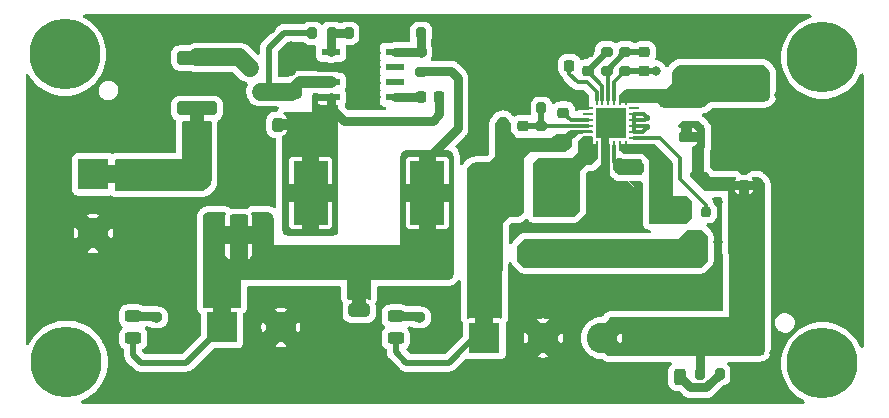
<source format=gtl>
G04 #@! TF.GenerationSoftware,KiCad,Pcbnew,7.0.8*
G04 #@! TF.CreationDate,2023-11-17T13:56:21+01:00*
G04 #@! TF.ProjectId,shmoergh-dual-rail-psu,73686d6f-6572-4676-982d-6475616c2d72,rev?*
G04 #@! TF.SameCoordinates,Original*
G04 #@! TF.FileFunction,Copper,L1,Top*
G04 #@! TF.FilePolarity,Positive*
%FSLAX46Y46*%
G04 Gerber Fmt 4.6, Leading zero omitted, Abs format (unit mm)*
G04 Created by KiCad (PCBNEW 7.0.8) date 2023-11-17 13:56:21*
%MOMM*%
%LPD*%
G01*
G04 APERTURE LIST*
G04 Aperture macros list*
%AMRoundRect*
0 Rectangle with rounded corners*
0 $1 Rounding radius*
0 $2 $3 $4 $5 $6 $7 $8 $9 X,Y pos of 4 corners*
0 Add a 4 corners polygon primitive as box body*
4,1,4,$2,$3,$4,$5,$6,$7,$8,$9,$2,$3,0*
0 Add four circle primitives for the rounded corners*
1,1,$1+$1,$2,$3*
1,1,$1+$1,$4,$5*
1,1,$1+$1,$6,$7*
1,1,$1+$1,$8,$9*
0 Add four rect primitives between the rounded corners*
20,1,$1+$1,$2,$3,$4,$5,0*
20,1,$1+$1,$4,$5,$6,$7,0*
20,1,$1+$1,$6,$7,$8,$9,0*
20,1,$1+$1,$8,$9,$2,$3,0*%
G04 Aperture macros list end*
G04 #@! TA.AperFunction,ComponentPad*
%ADD10C,6.000000*%
G04 #@! TD*
G04 #@! TA.AperFunction,SMDPad,CuDef*
%ADD11RoundRect,0.200000X-0.275000X0.200000X-0.275000X-0.200000X0.275000X-0.200000X0.275000X0.200000X0*%
G04 #@! TD*
G04 #@! TA.AperFunction,SMDPad,CuDef*
%ADD12RoundRect,0.250000X0.325000X0.650000X-0.325000X0.650000X-0.325000X-0.650000X0.325000X-0.650000X0*%
G04 #@! TD*
G04 #@! TA.AperFunction,SMDPad,CuDef*
%ADD13R,2.500000X1.900000*%
G04 #@! TD*
G04 #@! TA.AperFunction,SMDPad,CuDef*
%ADD14RoundRect,0.200000X-0.200000X0.250000X-0.200000X-0.250000X0.200000X-0.250000X0.200000X0.250000X0*%
G04 #@! TD*
G04 #@! TA.AperFunction,SMDPad,CuDef*
%ADD15R,1.550000X0.600000*%
G04 #@! TD*
G04 #@! TA.AperFunction,SMDPad,CuDef*
%ADD16R,2.950000X4.500000*%
G04 #@! TD*
G04 #@! TA.AperFunction,SMDPad,CuDef*
%ADD17RoundRect,0.200000X-0.200000X-0.275000X0.200000X-0.275000X0.200000X0.275000X-0.200000X0.275000X0*%
G04 #@! TD*
G04 #@! TA.AperFunction,ComponentPad*
%ADD18R,2.600000X2.600000*%
G04 #@! TD*
G04 #@! TA.AperFunction,ComponentPad*
%ADD19C,2.600000*%
G04 #@! TD*
G04 #@! TA.AperFunction,SMDPad,CuDef*
%ADD20R,2.900000X5.400000*%
G04 #@! TD*
G04 #@! TA.AperFunction,SMDPad,CuDef*
%ADD21RoundRect,0.200000X0.275000X-0.200000X0.275000X0.200000X-0.275000X0.200000X-0.275000X-0.200000X0*%
G04 #@! TD*
G04 #@! TA.AperFunction,SMDPad,CuDef*
%ADD22RoundRect,0.200000X0.200000X0.275000X-0.200000X0.275000X-0.200000X-0.275000X0.200000X-0.275000X0*%
G04 #@! TD*
G04 #@! TA.AperFunction,SMDPad,CuDef*
%ADD23RoundRect,0.225000X0.250000X-0.225000X0.250000X0.225000X-0.250000X0.225000X-0.250000X-0.225000X0*%
G04 #@! TD*
G04 #@! TA.AperFunction,SMDPad,CuDef*
%ADD24RoundRect,0.250000X0.650000X-0.325000X0.650000X0.325000X-0.650000X0.325000X-0.650000X-0.325000X0*%
G04 #@! TD*
G04 #@! TA.AperFunction,SMDPad,CuDef*
%ADD25RoundRect,0.225000X-0.225000X-0.250000X0.225000X-0.250000X0.225000X0.250000X-0.225000X0.250000X0*%
G04 #@! TD*
G04 #@! TA.AperFunction,SMDPad,CuDef*
%ADD26RoundRect,0.225000X-0.250000X0.225000X-0.250000X-0.225000X0.250000X-0.225000X0.250000X0.225000X0*%
G04 #@! TD*
G04 #@! TA.AperFunction,SMDPad,CuDef*
%ADD27RoundRect,0.225000X0.225000X0.375000X-0.225000X0.375000X-0.225000X-0.375000X0.225000X-0.375000X0*%
G04 #@! TD*
G04 #@! TA.AperFunction,SMDPad,CuDef*
%ADD28RoundRect,0.243750X-0.456250X0.243750X-0.456250X-0.243750X0.456250X-0.243750X0.456250X0.243750X0*%
G04 #@! TD*
G04 #@! TA.AperFunction,SMDPad,CuDef*
%ADD29RoundRect,0.250000X0.550000X-1.500000X0.550000X1.500000X-0.550000X1.500000X-0.550000X-1.500000X0*%
G04 #@! TD*
G04 #@! TA.AperFunction,SMDPad,CuDef*
%ADD30RoundRect,0.250000X-0.250000X-0.475000X0.250000X-0.475000X0.250000X0.475000X-0.250000X0.475000X0*%
G04 #@! TD*
G04 #@! TA.AperFunction,SMDPad,CuDef*
%ADD31RoundRect,0.225000X-0.225000X-0.375000X0.225000X-0.375000X0.225000X0.375000X-0.225000X0.375000X0*%
G04 #@! TD*
G04 #@! TA.AperFunction,SMDPad,CuDef*
%ADD32RoundRect,0.225000X0.225000X0.250000X-0.225000X0.250000X-0.225000X-0.250000X0.225000X-0.250000X0*%
G04 #@! TD*
G04 #@! TA.AperFunction,SMDPad,CuDef*
%ADD33RoundRect,0.250000X0.250000X0.475000X-0.250000X0.475000X-0.250000X-0.475000X0.250000X-0.475000X0*%
G04 #@! TD*
G04 #@! TA.AperFunction,SMDPad,CuDef*
%ADD34RoundRect,0.225000X-0.375000X0.225000X-0.375000X-0.225000X0.375000X-0.225000X0.375000X0.225000X0*%
G04 #@! TD*
G04 #@! TA.AperFunction,SMDPad,CuDef*
%ADD35RoundRect,0.200000X0.200000X-0.250000X0.200000X0.250000X-0.200000X0.250000X-0.200000X-0.250000X0*%
G04 #@! TD*
G04 #@! TA.AperFunction,SMDPad,CuDef*
%ADD36RoundRect,0.243750X0.243750X0.456250X-0.243750X0.456250X-0.243750X-0.456250X0.243750X-0.456250X0*%
G04 #@! TD*
G04 #@! TA.AperFunction,SMDPad,CuDef*
%ADD37RoundRect,0.250000X-0.650000X0.325000X-0.650000X-0.325000X0.650000X-0.325000X0.650000X0.325000X0*%
G04 #@! TD*
G04 #@! TA.AperFunction,SMDPad,CuDef*
%ADD38RoundRect,0.062500X0.062500X-0.350000X0.062500X0.350000X-0.062500X0.350000X-0.062500X-0.350000X0*%
G04 #@! TD*
G04 #@! TA.AperFunction,SMDPad,CuDef*
%ADD39RoundRect,0.062500X0.350000X-0.062500X0.350000X0.062500X-0.350000X0.062500X-0.350000X-0.062500X0*%
G04 #@! TD*
G04 #@! TA.AperFunction,SMDPad,CuDef*
%ADD40R,2.600000X2.600000*%
G04 #@! TD*
G04 #@! TA.AperFunction,SMDPad,CuDef*
%ADD41RoundRect,0.250000X-1.450000X0.312500X-1.450000X-0.312500X1.450000X-0.312500X1.450000X0.312500X0*%
G04 #@! TD*
G04 #@! TA.AperFunction,ViaPad*
%ADD42C,0.800000*%
G04 #@! TD*
G04 #@! TA.AperFunction,ViaPad*
%ADD43C,0.600000*%
G04 #@! TD*
G04 #@! TA.AperFunction,ViaPad*
%ADD44C,1.000000*%
G04 #@! TD*
G04 #@! TA.AperFunction,Conductor*
%ADD45C,0.750000*%
G04 #@! TD*
G04 #@! TA.AperFunction,Conductor*
%ADD46C,0.500000*%
G04 #@! TD*
G04 #@! TA.AperFunction,Conductor*
%ADD47C,0.300000*%
G04 #@! TD*
G04 #@! TA.AperFunction,Conductor*
%ADD48C,1.500000*%
G04 #@! TD*
G04 #@! TA.AperFunction,Conductor*
%ADD49C,1.000000*%
G04 #@! TD*
G04 APERTURE END LIST*
D10*
X86487000Y-44577000D03*
X86487000Y-18669000D03*
X22352000Y-18415000D03*
X22479000Y-44450000D03*
D11*
X52465000Y-18218500D03*
X52465000Y-19868500D03*
D12*
X72740000Y-31756000D03*
X69790000Y-31756000D03*
D13*
X79215000Y-20806000D03*
X79215000Y-24906000D03*
D14*
X76665000Y-31756000D03*
X74765000Y-31756000D03*
X75715000Y-33756000D03*
D15*
X50283600Y-22036400D03*
X50283600Y-20766400D03*
X50283600Y-19496400D03*
X50283600Y-18226400D03*
X44883600Y-18226400D03*
X44883600Y-19496400D03*
X44883600Y-20766400D03*
X44883600Y-22036400D03*
D16*
X47583600Y-20131400D03*
D17*
X61052500Y-22956000D03*
X62702500Y-22956000D03*
D18*
X24765000Y-28556000D03*
D19*
X24765000Y-33556000D03*
D20*
X43151200Y-30117000D03*
X53051200Y-30117000D03*
D21*
X68215000Y-19831000D03*
X68215000Y-18181000D03*
D17*
X70927500Y-28006000D03*
X72577500Y-28006000D03*
D22*
X44952500Y-16606000D03*
X43302500Y-16606000D03*
D23*
X66615000Y-19781000D03*
X66615000Y-18231000D03*
D24*
X67415000Y-35281000D03*
X67415000Y-32331000D03*
D25*
X52477500Y-22056000D03*
X54027500Y-22056000D03*
D26*
X71415000Y-18231000D03*
X71415000Y-19781000D03*
D27*
X40365000Y-24356000D03*
X37065000Y-24356000D03*
D28*
X28140000Y-40568500D03*
X28140000Y-42443500D03*
D29*
X37065000Y-33706000D03*
X37065000Y-28306000D03*
D24*
X41465000Y-21631000D03*
X41465000Y-18681000D03*
D23*
X64565000Y-23343500D03*
X64565000Y-21793500D03*
D22*
X48027500Y-16606000D03*
X46377500Y-16606000D03*
D18*
X35640000Y-41506000D03*
D19*
X40640000Y-41506000D03*
D26*
X69365000Y-28018500D03*
X69365000Y-29568500D03*
D30*
X75965000Y-27356000D03*
X77865000Y-27356000D03*
D18*
X57865000Y-42418000D03*
D19*
X62865000Y-42418000D03*
X67865000Y-42418000D03*
D28*
X50365000Y-40568500D03*
X50365000Y-42443500D03*
D31*
X60765000Y-28262800D03*
X64065000Y-28262800D03*
D32*
X65052500Y-19356000D03*
X63502500Y-19356000D03*
D33*
X59540000Y-26056000D03*
X57640000Y-26056000D03*
D21*
X30090000Y-42331000D03*
X30090000Y-40681000D03*
X52340000Y-42331000D03*
X52340000Y-40681000D03*
D34*
X74965000Y-22106000D03*
X74965000Y-25406000D03*
D35*
X37065000Y-21556000D03*
X38965000Y-21556000D03*
X38015000Y-19556000D03*
D11*
X62665000Y-24431000D03*
X62665000Y-26081000D03*
D23*
X61140000Y-26031000D03*
X61140000Y-24481000D03*
D13*
X63265000Y-35128800D03*
X63265000Y-31028800D03*
D17*
X57752500Y-24206000D03*
X59402500Y-24206000D03*
D36*
X74422000Y-45720000D03*
X72547000Y-45720000D03*
D37*
X47265000Y-40081000D03*
X47265000Y-43031000D03*
D21*
X69815000Y-19831000D03*
X69815000Y-18181000D03*
D17*
X50852500Y-16606000D03*
X52502500Y-16606000D03*
D38*
X67365000Y-26143500D03*
X67865000Y-26143500D03*
X68365000Y-26143500D03*
X68865000Y-26143500D03*
X69365000Y-26143500D03*
X69865000Y-26143500D03*
D39*
X70552500Y-25456000D03*
X70552500Y-24956000D03*
X70552500Y-24456000D03*
X70552500Y-23956000D03*
X70552500Y-23456000D03*
X70552500Y-22956000D03*
D38*
X69865000Y-22268500D03*
X69365000Y-22268500D03*
X68865000Y-22268500D03*
X68365000Y-22268500D03*
X67865000Y-22268500D03*
X67365000Y-22268500D03*
D39*
X66677500Y-22956000D03*
X66677500Y-23456000D03*
X66677500Y-23956000D03*
X66677500Y-24456000D03*
X66677500Y-24956000D03*
X66677500Y-25456000D03*
D40*
X68615000Y-24206000D03*
D17*
X76137000Y-45466000D03*
X77787000Y-45466000D03*
D41*
X33547000Y-18708500D03*
X33547000Y-22983500D03*
D11*
X79865000Y-27856000D03*
X79865000Y-29506000D03*
D42*
X84855000Y-22606000D03*
X87346646Y-31768000D03*
X87346646Y-24148000D03*
X87200646Y-38989000D03*
X87346646Y-22479000D03*
X87256646Y-29256000D03*
X87256646Y-26756000D03*
X87256646Y-36756000D03*
X87256646Y-34256000D03*
X26543000Y-17653000D03*
D43*
X67765000Y-24206000D03*
X67765000Y-23356000D03*
X68615000Y-23356000D03*
X69465000Y-23356000D03*
X69465000Y-24206000D03*
X69465000Y-25056000D03*
X68615000Y-25056000D03*
X67765000Y-25056000D03*
D42*
X56715000Y-25506000D03*
X56890000Y-24206000D03*
X60190000Y-22956000D03*
X63640000Y-21781000D03*
X62590000Y-19356000D03*
X66590000Y-17331000D03*
X78815000Y-27356000D03*
X80790000Y-27881000D03*
X80940000Y-25156000D03*
X80940000Y-24256000D03*
X77515000Y-24256000D03*
X77515000Y-25156000D03*
X68715000Y-32906000D03*
X68815000Y-31756000D03*
X52340000Y-43181000D03*
X30090000Y-43331000D03*
X29765000Y-16256000D03*
X32265000Y-16256000D03*
X34765000Y-16256000D03*
X37265000Y-16256000D03*
X59765000Y-16256000D03*
X62265000Y-16256000D03*
X64765000Y-16256000D03*
X67265000Y-16256000D03*
X69765000Y-16256000D03*
X72265000Y-16256000D03*
X74765000Y-16256000D03*
X77265000Y-16256000D03*
X79765000Y-16256000D03*
X82265000Y-16256000D03*
X20265000Y-26756000D03*
X20265000Y-41021000D03*
X20265000Y-39256000D03*
X20265000Y-36756000D03*
X20265000Y-34256000D03*
X20265000Y-29256000D03*
X20265000Y-24256000D03*
X20265000Y-21756000D03*
X32265000Y-45756000D03*
X34765000Y-45756000D03*
X52265000Y-45756000D03*
X82265000Y-45756000D03*
X39765000Y-45756000D03*
X42265000Y-45756000D03*
X64765000Y-45756000D03*
X59765000Y-45756000D03*
X47265000Y-45756000D03*
X49765000Y-45756000D03*
X54765000Y-45756000D03*
X67265000Y-45756000D03*
X27265000Y-45756000D03*
X37265000Y-45756000D03*
X44765000Y-45756000D03*
X69765000Y-45756000D03*
X57265000Y-45756000D03*
X62265000Y-45756000D03*
X79765000Y-45756000D03*
X29765000Y-45756000D03*
X66915000Y-28706000D03*
X68015000Y-28706000D03*
X66915000Y-29756000D03*
X68015000Y-29756000D03*
X66915000Y-30806000D03*
X68015000Y-30806000D03*
X29765000Y-19256000D03*
X29765000Y-21756000D03*
X29765000Y-24256000D03*
X27265000Y-24256000D03*
X24765000Y-24256000D03*
X27686000Y-21844000D03*
X27265000Y-19256000D03*
X24257000Y-22606000D03*
X24765000Y-36756000D03*
X24765000Y-39256000D03*
X32265000Y-31756000D03*
X57265000Y-19256000D03*
X59765000Y-19256000D03*
X59765000Y-21756000D03*
X57265000Y-21756000D03*
X82265000Y-26756000D03*
X84765000Y-34256000D03*
X84765000Y-36756000D03*
X32265000Y-36756000D03*
X84765000Y-26756000D03*
X84765000Y-29256000D03*
X39765000Y-16256000D03*
X57265000Y-16256000D03*
X54765000Y-16256000D03*
X43815000Y-19506000D03*
X41465000Y-19806000D03*
X41465000Y-17706000D03*
X42765000Y-18756000D03*
X46565000Y-18306000D03*
X48665000Y-18306000D03*
X46565000Y-19506000D03*
X48665000Y-19506000D03*
X48665000Y-20806000D03*
X46565000Y-20806000D03*
X46565000Y-22056000D03*
X48665000Y-22056000D03*
X48865000Y-16606000D03*
X50015000Y-16606000D03*
X38315000Y-28306000D03*
X35815000Y-28306000D03*
X37065000Y-26106000D03*
X37065000Y-30506000D03*
X36165000Y-24356000D03*
X37965000Y-24356000D03*
X37065000Y-22456000D03*
X56715000Y-26706000D03*
X70915000Y-31756000D03*
X46415000Y-44056000D03*
X48115000Y-44056000D03*
X76265000Y-39256000D03*
X77665000Y-36106000D03*
X77665000Y-34256000D03*
X22465000Y-24256000D03*
X22465000Y-22606000D03*
X22465000Y-36756000D03*
X22465000Y-38608000D03*
X24765000Y-41021000D03*
X77665000Y-30906000D03*
X35865000Y-21556000D03*
X33515000Y-20756000D03*
X82823000Y-21862000D03*
X82931000Y-31768000D03*
X82931000Y-29228000D03*
X71501000Y-37592000D03*
X82315000Y-18560000D03*
X85598000Y-40640000D03*
X88392000Y-40640000D03*
X84709000Y-38989000D03*
X27265000Y-16256000D03*
X82931000Y-39116000D03*
X22606000Y-40386000D03*
X82931000Y-36703000D03*
X71373900Y-45720800D03*
X84855000Y-24148000D03*
X73787000Y-39370000D03*
X82823000Y-24148000D03*
D43*
X68615000Y-24206000D03*
D42*
X73787000Y-37592000D03*
X82423000Y-43688000D03*
X76454000Y-37592000D03*
X71501000Y-39370000D03*
X82931000Y-34308000D03*
X84855000Y-31768000D03*
X74965000Y-24456000D03*
X72365000Y-19793500D03*
D44*
X52015000Y-34256000D03*
D42*
X73215000Y-30206000D03*
X72190000Y-30206000D03*
D44*
X53515000Y-34256000D03*
D42*
X72190000Y-29181000D03*
D44*
X52015000Y-35756000D03*
D42*
X73215000Y-29181000D03*
D44*
X53515000Y-35756000D03*
D43*
X71665000Y-24556000D03*
X71665000Y-23756000D03*
X69365000Y-27456000D03*
D45*
X72547000Y-45720000D02*
X71609500Y-45720000D01*
X78965000Y-25156000D02*
X79215000Y-24906000D01*
X44915000Y-19516000D02*
X43825000Y-19516000D01*
D46*
X79865000Y-27893500D02*
X80777500Y-27893500D01*
D45*
X41465000Y-17706000D02*
X41465000Y-18756000D01*
X57265000Y-26056000D02*
X56715000Y-25506000D01*
X37065000Y-28306000D02*
X38315000Y-28306000D01*
X42765000Y-18756000D02*
X41465000Y-18756000D01*
X48865000Y-16606000D02*
X48027500Y-16606000D01*
X48115000Y-44056000D02*
X48115000Y-43881000D01*
X64565000Y-21793500D02*
X63652500Y-21793500D01*
X30090000Y-43331000D02*
X30090000Y-42331000D01*
X43825000Y-19516000D02*
X43815000Y-19506000D01*
X44915000Y-19516000D02*
X46980000Y-19516000D01*
X37065000Y-28306000D02*
X35815000Y-28306000D01*
X63502500Y-19356000D02*
X62590000Y-19356000D01*
X77515000Y-25156000D02*
X78965000Y-25156000D01*
X57640000Y-26056000D02*
X57365000Y-26056000D01*
X50852500Y-16606000D02*
X50015000Y-16606000D01*
X70915000Y-31756000D02*
X69865000Y-31756000D01*
D47*
X64790000Y-21781000D02*
X64565000Y-21781000D01*
D45*
X77865000Y-27356000D02*
X78815000Y-27356000D01*
X37065000Y-28306000D02*
X37065000Y-26106000D01*
X46415000Y-44056000D02*
X46415000Y-43881000D01*
X37065000Y-21556000D02*
X37065000Y-22456000D01*
X37065000Y-24356000D02*
X36165000Y-24356000D01*
X79865000Y-24256000D02*
X79215000Y-24906000D01*
X37065000Y-28306000D02*
X37065000Y-30506000D01*
X77515000Y-24256000D02*
X78565000Y-24256000D01*
X61052500Y-22956000D02*
X60190000Y-22956000D01*
X52340000Y-43181000D02*
X52340000Y-42331000D01*
X41465000Y-18756000D02*
X41465000Y-19806000D01*
X80940000Y-24256000D02*
X79865000Y-24256000D01*
X37065000Y-24356000D02*
X37965000Y-24356000D01*
X57365000Y-26056000D02*
X56715000Y-26706000D01*
D47*
X66677500Y-22956000D02*
X65965000Y-22956000D01*
D45*
X78565000Y-24256000D02*
X79215000Y-24906000D01*
X48115000Y-43881000D02*
X47265000Y-43031000D01*
X46415000Y-43881000D02*
X47265000Y-43031000D01*
X79465000Y-25156000D02*
X79215000Y-24906000D01*
X57752500Y-24206000D02*
X56890000Y-24206000D01*
X66615000Y-18231000D02*
X66615000Y-17356000D01*
D46*
X80777500Y-27893500D02*
X80790000Y-27881000D01*
D47*
X65965000Y-22956000D02*
X64790000Y-21781000D01*
D45*
X80940000Y-25156000D02*
X79465000Y-25156000D01*
X66615000Y-17356000D02*
X66590000Y-17331000D01*
X63652500Y-21793500D02*
X63640000Y-21781000D01*
X57640000Y-26056000D02*
X57265000Y-26056000D01*
D46*
X50365000Y-42443500D02*
X50365000Y-43606000D01*
X54865000Y-44506000D02*
X57865000Y-41506000D01*
X51265000Y-44506000D02*
X54865000Y-44506000D01*
X50365000Y-43606000D02*
X51265000Y-44506000D01*
X71415000Y-19793500D02*
X71415000Y-19793500D01*
X69815000Y-19793500D02*
X71415000Y-19793500D01*
D45*
X76137000Y-43370000D02*
X76200000Y-43307000D01*
D47*
X68865000Y-22268500D02*
X68865000Y-20743500D01*
X68865000Y-20743500D02*
X69815000Y-19793500D01*
D46*
X71415000Y-19793500D02*
X72365000Y-19793500D01*
D45*
X76137000Y-45466000D02*
X76137000Y-43370000D01*
D46*
X32640000Y-44506000D02*
X35640000Y-41506000D01*
D45*
X55615000Y-24656000D02*
X53065000Y-27206000D01*
D46*
X28140000Y-43881000D02*
X28765000Y-44506000D01*
D45*
X55040000Y-19831000D02*
X55615000Y-20406000D01*
D46*
X28140000Y-42443500D02*
X28140000Y-43881000D01*
D45*
X55615000Y-20406000D02*
X55615000Y-24656000D01*
X52465000Y-19831000D02*
X55040000Y-19831000D01*
X53065000Y-27206000D02*
X53065000Y-30206000D01*
D46*
X28765000Y-44506000D02*
X32640000Y-44506000D01*
X40865000Y-16606000D02*
X39615000Y-17856000D01*
D48*
X40265000Y-21556000D02*
X38965000Y-21556000D01*
D46*
X43340000Y-16606000D02*
X40865000Y-16606000D01*
D48*
X41465000Y-21556000D02*
X40265000Y-21556000D01*
D49*
X44915000Y-20786000D02*
X42235000Y-20786000D01*
D46*
X39615000Y-20906000D02*
X40265000Y-21556000D01*
D49*
X42235000Y-20786000D02*
X41465000Y-21556000D01*
D46*
X39615000Y-17856000D02*
X39615000Y-20906000D01*
D47*
X70552500Y-23456000D02*
X71365000Y-23456000D01*
X71465000Y-23956000D02*
X71665000Y-23756000D01*
X71365000Y-23456000D02*
X71665000Y-23756000D01*
X71265000Y-24956000D02*
X71665000Y-24556000D01*
X68865000Y-27506000D02*
X69365000Y-28006000D01*
X70552500Y-23456000D02*
X70552500Y-24956000D01*
X70552500Y-24456000D02*
X71565000Y-24456000D01*
X70552500Y-24956000D02*
X71265000Y-24956000D01*
X70552500Y-23956000D02*
X71465000Y-23956000D01*
X71565000Y-24456000D02*
X71665000Y-24556000D01*
X68865000Y-26143500D02*
X68865000Y-27506000D01*
D45*
X52465000Y-22056000D02*
X50315000Y-22056000D01*
X54040000Y-23481000D02*
X53515000Y-24006000D01*
X53515000Y-24006000D02*
X46015000Y-24006000D01*
X46015000Y-24006000D02*
X44915000Y-22906000D01*
X44915000Y-22906000D02*
X44915000Y-22056000D01*
X54040000Y-22056000D02*
X54040000Y-23481000D01*
D47*
X65165000Y-23956000D02*
X64565000Y-23356000D01*
X66677500Y-23956000D02*
X65165000Y-23956000D01*
D46*
X62665000Y-22956000D02*
X62665000Y-24468500D01*
D47*
X62677500Y-24456000D02*
X62665000Y-24468500D01*
X66677500Y-24456000D02*
X62677500Y-24456000D01*
D46*
X61140000Y-24468500D02*
X62665000Y-24468500D01*
D47*
X68365000Y-22268500D02*
X68365000Y-19943500D01*
D46*
X68240000Y-19793500D02*
X69815000Y-18218500D01*
D47*
X68365000Y-19943500D02*
X68215000Y-19793500D01*
D46*
X69815000Y-18218500D02*
X71415000Y-18218500D01*
X68215000Y-19793500D02*
X68240000Y-19793500D01*
X66615000Y-19793500D02*
X66640000Y-19793500D01*
X66640000Y-19793500D02*
X68215000Y-18218500D01*
D47*
X67865000Y-22268500D02*
X67865000Y-21043500D01*
X67865000Y-21043500D02*
X66615000Y-19793500D01*
X65065000Y-20056000D02*
X65065000Y-19356000D01*
X65765000Y-20756000D02*
X65065000Y-20056000D01*
X66565000Y-20756000D02*
X65765000Y-20756000D01*
X67365000Y-22268500D02*
X67365000Y-21556000D01*
X67365000Y-21556000D02*
X66565000Y-20756000D01*
D45*
X28140000Y-40568500D02*
X29940000Y-40568500D01*
X29940000Y-40568500D02*
X30090000Y-40718500D01*
X52190000Y-40568500D02*
X52340000Y-40718500D01*
X50365000Y-40568500D02*
X52190000Y-40568500D01*
X77787000Y-45466000D02*
X76644000Y-46609000D01*
X75311000Y-46609000D02*
X74422000Y-45720000D01*
X76644000Y-46609000D02*
X75311000Y-46609000D01*
D48*
X33515000Y-18668500D02*
X37127500Y-18668500D01*
X37127500Y-18668500D02*
X38015000Y-19556000D01*
D47*
X72765000Y-25456000D02*
X74465000Y-27156000D01*
X76665000Y-31156000D02*
X76665000Y-31756000D01*
X74465000Y-27156000D02*
X74465000Y-28956000D01*
X70552500Y-25456000D02*
X72765000Y-25456000D01*
X74465000Y-28956000D02*
X76665000Y-31156000D01*
D45*
X44915000Y-16606000D02*
X46415000Y-16606000D01*
X44915000Y-18246000D02*
X44915000Y-16606000D01*
X52455000Y-18246000D02*
X52465000Y-18256000D01*
X50315000Y-18246000D02*
X52455000Y-18246000D01*
X52465000Y-18256000D02*
X52465000Y-16606000D01*
G04 #@! TA.AperFunction,Conductor*
G36*
X81361983Y-19306538D02*
G01*
X81470857Y-19320871D01*
X81502624Y-19329383D01*
X81592572Y-19366641D01*
X81621051Y-19383084D01*
X81708175Y-19449936D01*
X81714362Y-19455362D01*
X81915636Y-19656636D01*
X81921068Y-19662830D01*
X81987913Y-19749944D01*
X82004360Y-19778430D01*
X82041615Y-19868372D01*
X82050128Y-19900143D01*
X82064460Y-20009007D01*
X82065000Y-20017239D01*
X82065000Y-21901867D01*
X82064460Y-21910099D01*
X82050128Y-22018963D01*
X82041615Y-22050734D01*
X82004361Y-22140673D01*
X81987914Y-22169160D01*
X81928650Y-22246393D01*
X81905393Y-22269650D01*
X81828160Y-22328914D01*
X81799673Y-22345361D01*
X81709734Y-22382615D01*
X81677963Y-22391128D01*
X81569099Y-22405460D01*
X81560867Y-22406000D01*
X77015000Y-22406000D01*
X76875931Y-22521888D01*
X76875930Y-22521890D01*
X76562493Y-22783089D01*
X76544552Y-22795572D01*
X76423360Y-22865131D01*
X76382413Y-22879956D01*
X76269493Y-22899768D01*
X76244780Y-22904104D01*
X76223007Y-22906000D01*
X73126240Y-22906000D01*
X73118008Y-22905460D01*
X73009144Y-22891128D01*
X72977372Y-22882615D01*
X72887430Y-22845360D01*
X72858944Y-22828913D01*
X72771825Y-22762064D01*
X72765635Y-22756635D01*
X72711447Y-22702447D01*
X72565000Y-22556000D01*
X72357895Y-22556000D01*
X71180079Y-22556000D01*
X71122877Y-22542267D01*
X71081730Y-22521302D01*
X71031716Y-22495818D01*
X71012372Y-22492754D01*
X70935003Y-22480500D01*
X70934999Y-22480500D01*
X70169999Y-22480500D01*
X70073286Y-22495817D01*
X70014406Y-22525818D01*
X69983104Y-22541767D01*
X69925902Y-22555500D01*
X69621761Y-22555500D01*
X69602051Y-22553949D01*
X69581416Y-22550681D01*
X69526553Y-22541991D01*
X69489062Y-22529809D01*
X69427053Y-22498214D01*
X69395161Y-22475042D01*
X69392363Y-22472244D01*
X69358337Y-22409932D01*
X69356741Y-22365218D01*
X69365500Y-22304299D01*
X69365500Y-21812202D01*
X69385502Y-21744081D01*
X69391527Y-21735512D01*
X69408943Y-21712815D01*
X69414355Y-21706644D01*
X69615644Y-21505355D01*
X69621816Y-21499942D01*
X69708951Y-21433081D01*
X69737423Y-21416642D01*
X69827377Y-21379382D01*
X69859140Y-21370872D01*
X69968016Y-21356538D01*
X69976240Y-21356000D01*
X73057886Y-21356000D01*
X73057893Y-21356000D01*
X73265000Y-21356000D01*
X73765000Y-20856000D01*
X73765000Y-20017239D01*
X73765538Y-20009017D01*
X73779872Y-19900140D01*
X73788382Y-19868377D01*
X73825642Y-19778423D01*
X73842081Y-19749951D01*
X73908942Y-19662816D01*
X73914355Y-19656644D01*
X74115644Y-19455355D01*
X74121816Y-19449942D01*
X74208951Y-19383081D01*
X74237423Y-19366642D01*
X74327377Y-19329382D01*
X74359140Y-19320872D01*
X74468016Y-19306538D01*
X74476240Y-19306000D01*
X81353760Y-19306000D01*
X81361983Y-19306538D01*
G37*
G04 #@! TD.AperFunction*
G04 #@! TA.AperFunction,Conductor*
G36*
X72328533Y-25976002D02*
G01*
X72352334Y-25995823D01*
X73780922Y-27519650D01*
X73812920Y-27583027D01*
X73815000Y-27605827D01*
X73815000Y-30356000D01*
X74912810Y-30356000D01*
X74980931Y-30376002D01*
X75001905Y-30392905D01*
X75428095Y-30819095D01*
X75462121Y-30881407D01*
X75465000Y-30908190D01*
X75465000Y-32203810D01*
X75444998Y-32271931D01*
X75428095Y-32292905D01*
X75001905Y-32719095D01*
X74939593Y-32753121D01*
X74912810Y-32756000D01*
X71891000Y-32756000D01*
X71822879Y-32735998D01*
X71776386Y-32682342D01*
X71765000Y-32630000D01*
X71765000Y-27356001D01*
X71765000Y-27356000D01*
X71315000Y-26856000D01*
X69817190Y-26856000D01*
X69749069Y-26835998D01*
X69728095Y-26819095D01*
X69302405Y-26393405D01*
X69268379Y-26331093D01*
X69265500Y-26304310D01*
X69265500Y-26111982D01*
X69265194Y-26108099D01*
X69265000Y-26103154D01*
X69265000Y-26082000D01*
X69285002Y-26013879D01*
X69338658Y-25967386D01*
X69391000Y-25956000D01*
X72260412Y-25956000D01*
X72328533Y-25976002D01*
G37*
G04 #@! TD.AperFunction*
G04 #@! TA.AperFunction,Conductor*
G36*
X71157121Y-27276002D02*
G01*
X71203614Y-27329658D01*
X71215000Y-27382000D01*
X71215000Y-28530000D01*
X71194998Y-28598121D01*
X71141342Y-28644614D01*
X71089000Y-28656000D01*
X69317190Y-28656000D01*
X69249069Y-28635998D01*
X69228095Y-28619095D01*
X68801905Y-28192905D01*
X68767879Y-28130593D01*
X68765000Y-28103810D01*
X68765000Y-27382000D01*
X68785002Y-27313879D01*
X68838658Y-27267386D01*
X68891000Y-27256000D01*
X71089000Y-27256000D01*
X71157121Y-27276002D01*
G37*
G04 #@! TD.AperFunction*
G04 #@! TA.AperFunction,Conductor*
G36*
X59532904Y-23668231D02*
G01*
X59564667Y-23676741D01*
X59635922Y-23706256D01*
X59664403Y-23722701D01*
X59735470Y-23777233D01*
X59741664Y-23782664D01*
X59965636Y-24006636D01*
X59971068Y-24012830D01*
X60037913Y-24099944D01*
X60054360Y-24128430D01*
X60091615Y-24218372D01*
X60100128Y-24250143D01*
X60114460Y-24359007D01*
X60115000Y-24367239D01*
X60115000Y-24956000D01*
X60261451Y-25102451D01*
X60261461Y-25102462D01*
X60468537Y-25309538D01*
X60468547Y-25309547D01*
X60615000Y-25456000D01*
X63357886Y-25456000D01*
X63357893Y-25456000D01*
X63565000Y-25456000D01*
X63715630Y-25305369D01*
X63721817Y-25299941D01*
X63808954Y-25233079D01*
X63837423Y-25216642D01*
X63927377Y-25179382D01*
X63959140Y-25170872D01*
X64068016Y-25156538D01*
X64076240Y-25156000D01*
X64489605Y-25156000D01*
X64489609Y-25156000D01*
X64665000Y-25156000D01*
X64946250Y-24931000D01*
X65019732Y-24872214D01*
X65037352Y-24860406D01*
X65106128Y-24822291D01*
X65167202Y-24806500D01*
X66706536Y-24806500D01*
X66706540Y-24806500D01*
X66792881Y-24792092D01*
X66792883Y-24792091D01*
X66802755Y-24788702D01*
X66803807Y-24791768D01*
X66844363Y-24781499D01*
X66927363Y-24781499D01*
X66995484Y-24801501D01*
X67016458Y-24818404D01*
X67017680Y-24819626D01*
X67050291Y-24876108D01*
X67056261Y-24898387D01*
X67056261Y-24963614D01*
X67050291Y-24985892D01*
X67017680Y-25042373D01*
X67001372Y-25058681D01*
X66944890Y-25091291D01*
X66926550Y-25096206D01*
X66893939Y-25100500D01*
X66264258Y-25100500D01*
X66250590Y-25101413D01*
X66250584Y-25101413D01*
X66250581Y-25101414D01*
X66220573Y-25105440D01*
X66212187Y-25106000D01*
X65865000Y-25106000D01*
X65721971Y-25236026D01*
X65721963Y-25236032D01*
X65478669Y-25457209D01*
X65478665Y-25457213D01*
X65315000Y-25606000D01*
X65315000Y-25827185D01*
X65315000Y-25827188D01*
X65315000Y-25930428D01*
X65314393Y-25939157D01*
X65298286Y-26054431D01*
X65288727Y-26087967D01*
X65246988Y-26182321D01*
X65228602Y-26211955D01*
X65154139Y-26301416D01*
X65148089Y-26307737D01*
X64910908Y-26523356D01*
X64904864Y-26528207D01*
X64820557Y-26587741D01*
X64793312Y-26602339D01*
X64707956Y-26635339D01*
X64677975Y-26642865D01*
X64575546Y-26655524D01*
X64567812Y-26656000D01*
X61765000Y-26656000D01*
X61618558Y-26802442D01*
X61618537Y-26802461D01*
X61411461Y-27009537D01*
X61411442Y-27009558D01*
X61265000Y-27156000D01*
X61265000Y-27363104D01*
X61265000Y-31494760D01*
X61264460Y-31502992D01*
X61250128Y-31611856D01*
X61241615Y-31643627D01*
X61204360Y-31733569D01*
X61187913Y-31762055D01*
X61121068Y-31849169D01*
X61115629Y-31855371D01*
X60914371Y-32056629D01*
X60908169Y-32062068D01*
X60821055Y-32128913D01*
X60792569Y-32145360D01*
X60702627Y-32182615D01*
X60670856Y-32191128D01*
X60561992Y-32205460D01*
X60553760Y-32206000D01*
X59915000Y-32206000D01*
X59768558Y-32352442D01*
X59768537Y-32352461D01*
X59560452Y-32560546D01*
X59560439Y-32560561D01*
X59415000Y-32706000D01*
X59414002Y-32911684D01*
X59414002Y-32911686D01*
X59376441Y-40648890D01*
X59356108Y-40716913D01*
X59302227Y-40763144D01*
X59232277Y-40772962D01*
X59198222Y-40768000D01*
X58615000Y-40768000D01*
X58615000Y-43006000D01*
X58145587Y-43006000D01*
X58180629Y-42992126D01*
X58313492Y-42895595D01*
X58418175Y-42769055D01*
X58488100Y-42620457D01*
X58518873Y-42459138D01*
X58508561Y-42295234D01*
X58457812Y-42139044D01*
X58369814Y-42000381D01*
X58250097Y-41887960D01*
X58106183Y-41808842D01*
X57947114Y-41768000D01*
X57824106Y-41768000D01*
X57702067Y-41783417D01*
X57549371Y-41843874D01*
X57416508Y-41940405D01*
X57311825Y-42066945D01*
X57241900Y-42215543D01*
X57211127Y-42376862D01*
X57221439Y-42540766D01*
X57272188Y-42696956D01*
X57360186Y-42835619D01*
X57479903Y-42948040D01*
X57585331Y-43006000D01*
X57115000Y-43006000D01*
X57115000Y-40768000D01*
X56531781Y-40768000D01*
X56509163Y-40771296D01*
X56438871Y-40761323D01*
X56385129Y-40714929D01*
X56365000Y-40646846D01*
X56365000Y-28267239D01*
X56365538Y-28259017D01*
X56379872Y-28150140D01*
X56388382Y-28118377D01*
X56425642Y-28028423D01*
X56442081Y-27999951D01*
X56508942Y-27912816D01*
X56514355Y-27906644D01*
X56715644Y-27705355D01*
X56721816Y-27699942D01*
X56808951Y-27633081D01*
X56837423Y-27616642D01*
X56927377Y-27579382D01*
X56959140Y-27570872D01*
X57068016Y-27556538D01*
X57076240Y-27556000D01*
X58057886Y-27556000D01*
X58057893Y-27556000D01*
X58265000Y-27556000D01*
X58765000Y-27056000D01*
X58765000Y-24367239D01*
X58765538Y-24359017D01*
X58779872Y-24250140D01*
X58788382Y-24218377D01*
X58825642Y-24128423D01*
X58842081Y-24099951D01*
X58908942Y-24012816D01*
X58914355Y-24006644D01*
X59138342Y-23782657D01*
X59144529Y-23777233D01*
X59215596Y-23722701D01*
X59244074Y-23706258D01*
X59315334Y-23676740D01*
X59347093Y-23668231D01*
X59423555Y-23658165D01*
X59456445Y-23658165D01*
X59532904Y-23668231D01*
G37*
G04 #@! TD.AperFunction*
G04 #@! TA.AperFunction,Conductor*
G36*
X76280931Y-33276002D02*
G01*
X76301905Y-33292905D01*
X76728095Y-33719095D01*
X76762121Y-33781407D01*
X76765000Y-33808190D01*
X76765000Y-35903810D01*
X76744998Y-35971931D01*
X76728095Y-35992905D01*
X76301905Y-36419095D01*
X76239593Y-36453121D01*
X76212810Y-36456000D01*
X61217190Y-36456000D01*
X61149069Y-36435998D01*
X61128095Y-36419095D01*
X60701905Y-35992905D01*
X60667879Y-35930593D01*
X60665000Y-35903810D01*
X60665000Y-34608190D01*
X60685002Y-34540069D01*
X60701905Y-34519095D01*
X61128095Y-34092905D01*
X61190407Y-34058879D01*
X61217190Y-34056000D01*
X74264999Y-34056000D01*
X74265000Y-34056000D01*
X74565000Y-33756000D01*
X75028095Y-33292905D01*
X75090407Y-33258879D01*
X75117190Y-33256000D01*
X76212810Y-33256000D01*
X76280931Y-33276002D01*
G37*
G04 #@! TD.AperFunction*
G04 #@! TA.AperFunction,Conductor*
G36*
X67007121Y-25326002D02*
G01*
X67053614Y-25379658D01*
X67065000Y-25432000D01*
X67065000Y-25956000D01*
X67339000Y-25956000D01*
X67407121Y-25976002D01*
X67453614Y-26029658D01*
X67465000Y-26082000D01*
X67465000Y-27203810D01*
X67444998Y-27271931D01*
X67428095Y-27292905D01*
X67001905Y-27719095D01*
X66939593Y-27753121D01*
X66912810Y-27756000D01*
X66464998Y-27756000D01*
X65965000Y-28255998D01*
X65965000Y-31603810D01*
X65944998Y-31671931D01*
X65928095Y-31692905D01*
X65501905Y-32119095D01*
X65439593Y-32153121D01*
X65412810Y-32156000D01*
X62515000Y-32156000D01*
X62091000Y-32156000D01*
X62022879Y-32135998D01*
X61976386Y-32082342D01*
X61965000Y-32030000D01*
X61965000Y-27708190D01*
X61985002Y-27640069D01*
X62001905Y-27619095D01*
X62428095Y-27192905D01*
X62490407Y-27158879D01*
X62517190Y-27156000D01*
X65265000Y-27156000D01*
X65765000Y-26656000D01*
X65765000Y-25854351D01*
X65785002Y-25786230D01*
X65797345Y-25770061D01*
X66177461Y-25347710D01*
X66237899Y-25310457D01*
X66271116Y-25306000D01*
X66939000Y-25306000D01*
X67007121Y-25326002D01*
G37*
G04 #@! TD.AperFunction*
G04 #@! TA.AperFunction,Conductor*
G36*
X68465000Y-27156000D02*
G01*
X68465000Y-28656000D01*
X68965000Y-29156000D01*
X70065000Y-29156000D01*
X70565000Y-29656000D01*
X70565000Y-32856000D01*
X70065000Y-33356000D01*
X66965000Y-33356000D01*
X66465000Y-32856000D01*
X66465000Y-28756000D01*
X66965000Y-28256000D01*
X67765000Y-28256000D01*
X67765000Y-24806000D01*
X68415000Y-24806000D01*
X68465000Y-27156000D01*
G37*
G04 #@! TD.AperFunction*
G04 #@! TA.AperFunction,Conductor*
G36*
X34051621Y-22441002D02*
G01*
X34098114Y-22494658D01*
X34109500Y-22547000D01*
X34109500Y-24045999D01*
X34639000Y-24045999D01*
X34707121Y-24066001D01*
X34753614Y-24119657D01*
X34765000Y-24171999D01*
X34765000Y-29002905D01*
X34764696Y-29009084D01*
X34747001Y-29188738D01*
X34742183Y-29212962D01*
X34692482Y-29376808D01*
X34683029Y-29399629D01*
X34602318Y-29550627D01*
X34588595Y-29571165D01*
X34479979Y-29703514D01*
X34462514Y-29720979D01*
X34330165Y-29829595D01*
X34309627Y-29843318D01*
X34158629Y-29924029D01*
X34135808Y-29933482D01*
X33971962Y-29983183D01*
X33947738Y-29988001D01*
X33768085Y-30005696D01*
X33761906Y-30006000D01*
X26691000Y-30006000D01*
X26622879Y-29985998D01*
X26576386Y-29932342D01*
X26565000Y-29880000D01*
X26565000Y-29306000D01*
X24141000Y-29306000D01*
X24072879Y-29285998D01*
X24026386Y-29232342D01*
X24015000Y-29180000D01*
X24015000Y-28514862D01*
X24111127Y-28514862D01*
X24121439Y-28678766D01*
X24172188Y-28834956D01*
X24260186Y-28973619D01*
X24379903Y-29086040D01*
X24523817Y-29165158D01*
X24682886Y-29206000D01*
X24805894Y-29206000D01*
X24927933Y-29190583D01*
X25080629Y-29130126D01*
X25213492Y-29033595D01*
X25318175Y-28907055D01*
X25388100Y-28758457D01*
X25418873Y-28597138D01*
X25408561Y-28433234D01*
X25357812Y-28277044D01*
X25269814Y-28138381D01*
X25150097Y-28025960D01*
X25006183Y-27946842D01*
X24847114Y-27906000D01*
X24724106Y-27906000D01*
X24602067Y-27921417D01*
X24449371Y-27981874D01*
X24316508Y-28078405D01*
X24211825Y-28204945D01*
X24141900Y-28353543D01*
X24111127Y-28514862D01*
X24015000Y-28514862D01*
X24015000Y-27932000D01*
X24035002Y-27863879D01*
X24088658Y-27817386D01*
X24141000Y-27806000D01*
X26565000Y-27806000D01*
X26565000Y-27382000D01*
X26585002Y-27313879D01*
X26638658Y-27267386D01*
X26691000Y-27256000D01*
X31264991Y-27256000D01*
X31265000Y-27256000D01*
X32265000Y-27256000D01*
X32265000Y-24171999D01*
X32285002Y-24103878D01*
X32338658Y-24057385D01*
X32391000Y-24045999D01*
X32984500Y-24045999D01*
X32984500Y-22547000D01*
X33004502Y-22478879D01*
X33058158Y-22432386D01*
X33110500Y-22421000D01*
X33983500Y-22421000D01*
X34051621Y-22441002D01*
G37*
G04 #@! TD.AperFunction*
G04 #@! TA.AperFunction,Conductor*
G36*
X43700721Y-21656502D02*
G01*
X43747214Y-21710158D01*
X43751344Y-21729145D01*
X43758599Y-21736400D01*
X45057600Y-21736400D01*
X45125721Y-21756402D01*
X45172214Y-21810058D01*
X45183600Y-21862400D01*
X45183600Y-22686399D01*
X45389000Y-22686399D01*
X45457121Y-22706401D01*
X45503614Y-22760057D01*
X45515000Y-22812399D01*
X45515000Y-33251867D01*
X45514460Y-33260099D01*
X45500128Y-33368963D01*
X45491615Y-33400734D01*
X45454361Y-33490673D01*
X45437914Y-33519160D01*
X45378650Y-33596393D01*
X45355393Y-33619650D01*
X45278160Y-33678914D01*
X45249673Y-33695361D01*
X45159734Y-33732615D01*
X45127963Y-33741128D01*
X45019099Y-33755460D01*
X45010867Y-33756000D01*
X41269133Y-33756000D01*
X41260901Y-33755460D01*
X41152037Y-33741128D01*
X41120265Y-33732615D01*
X41030326Y-33695361D01*
X41001839Y-33678914D01*
X40924606Y-33619650D01*
X40901349Y-33596393D01*
X40842085Y-33519160D01*
X40825638Y-33490673D01*
X40788384Y-33400734D01*
X40779871Y-33368961D01*
X40765538Y-33260090D01*
X40765000Y-33251867D01*
X40765000Y-30867000D01*
X41351201Y-30867000D01*
X41351201Y-32850216D01*
X41361111Y-32918247D01*
X41361112Y-32918248D01*
X41412414Y-33023190D01*
X41495009Y-33105785D01*
X41495011Y-33105786D01*
X41599948Y-33157086D01*
X41599950Y-33157087D01*
X41667982Y-33166999D01*
X42401200Y-33166999D01*
X42401200Y-30867000D01*
X43901200Y-30867000D01*
X43901200Y-33166999D01*
X44634417Y-33166999D01*
X44702447Y-33157088D01*
X44702448Y-33157087D01*
X44807390Y-33105785D01*
X44889985Y-33023190D01*
X44889986Y-33023188D01*
X44941286Y-32918251D01*
X44941287Y-32918249D01*
X44951199Y-32850220D01*
X44951200Y-32850214D01*
X44951200Y-30867000D01*
X43901200Y-30867000D01*
X42401200Y-30867000D01*
X41351201Y-30867000D01*
X40765000Y-30867000D01*
X40765000Y-29367000D01*
X41351200Y-29367000D01*
X42401200Y-29367000D01*
X42401200Y-27067000D01*
X43901200Y-27067000D01*
X43901200Y-29367000D01*
X44951199Y-29367000D01*
X44951199Y-27383783D01*
X44941288Y-27315752D01*
X44941287Y-27315751D01*
X44889985Y-27210809D01*
X44807390Y-27128214D01*
X44807388Y-27128213D01*
X44702451Y-27076913D01*
X44702449Y-27076912D01*
X44634420Y-27067000D01*
X43901200Y-27067000D01*
X42401200Y-27067000D01*
X41667983Y-27067000D01*
X41599952Y-27076911D01*
X41599951Y-27076912D01*
X41495009Y-27128214D01*
X41412414Y-27210809D01*
X41412413Y-27210811D01*
X41361113Y-27315748D01*
X41361112Y-27315750D01*
X41351200Y-27383779D01*
X41351200Y-29367000D01*
X40765000Y-29367000D01*
X40765000Y-25756007D01*
X40765000Y-25756000D01*
X40765000Y-25280888D01*
X40879980Y-25233263D01*
X41000095Y-25141095D01*
X41092263Y-25020980D01*
X41150199Y-24881105D01*
X41160088Y-24806000D01*
X40041000Y-24806000D01*
X39972879Y-24785998D01*
X39926386Y-24732342D01*
X39915000Y-24680000D01*
X39915000Y-24032000D01*
X39935002Y-23963879D01*
X39988658Y-23917386D01*
X40041000Y-23906000D01*
X41160088Y-23906000D01*
X41160087Y-23905999D01*
X41150199Y-23830894D01*
X41092263Y-23691019D01*
X41000095Y-23570904D01*
X40884183Y-23481962D01*
X40842316Y-23424625D01*
X40838094Y-23353754D01*
X40872858Y-23291851D01*
X40935571Y-23258569D01*
X40960887Y-23256000D01*
X42764993Y-23256000D01*
X42765000Y-23256000D01*
X43265000Y-23256000D01*
X43265000Y-22336400D01*
X43758601Y-22336400D01*
X43758601Y-22369616D01*
X43768511Y-22437647D01*
X43768512Y-22437648D01*
X43819814Y-22542590D01*
X43902409Y-22625185D01*
X43902411Y-22625186D01*
X44007348Y-22676486D01*
X44007350Y-22676487D01*
X44075382Y-22686399D01*
X44583600Y-22686399D01*
X44583600Y-22336400D01*
X43758601Y-22336400D01*
X43265000Y-22336400D01*
X43265000Y-22010132D01*
X43265538Y-22001910D01*
X43279872Y-21893033D01*
X43288382Y-21861270D01*
X43325640Y-21771321D01*
X43342083Y-21742841D01*
X43385859Y-21685794D01*
X43443198Y-21643928D01*
X43485820Y-21636500D01*
X43632600Y-21636500D01*
X43700721Y-21656502D01*
G37*
G04 #@! TD.AperFunction*
G04 #@! TA.AperFunction,Conductor*
G36*
X75861983Y-24056538D02*
G01*
X75970857Y-24070871D01*
X76002624Y-24079383D01*
X76092572Y-24116641D01*
X76121051Y-24133084D01*
X76208175Y-24199936D01*
X76214362Y-24205362D01*
X76415636Y-24406636D01*
X76421064Y-24412825D01*
X76487913Y-24499944D01*
X76504360Y-24528430D01*
X76541615Y-24618372D01*
X76550128Y-24650143D01*
X76564460Y-24759007D01*
X76565000Y-24767239D01*
X76565000Y-26200951D01*
X76544998Y-26269072D01*
X76509003Y-26305716D01*
X76465000Y-26335118D01*
X76465000Y-28376880D01*
X76517592Y-28355097D01*
X76524741Y-28350970D01*
X76525532Y-28352340D01*
X76582981Y-28330123D01*
X76652531Y-28344380D01*
X76658036Y-28349036D01*
X76711451Y-28402451D01*
X76711461Y-28402462D01*
X76918537Y-28609538D01*
X76918547Y-28609547D01*
X77065000Y-28756000D01*
X79063141Y-28756000D01*
X79131262Y-28776002D01*
X79177755Y-28829658D01*
X79187859Y-28899932D01*
X79163538Y-28958134D01*
X79106079Y-29033904D01*
X79106077Y-29033907D01*
X79077648Y-29105999D01*
X79077648Y-29106000D01*
X80652352Y-29106000D01*
X80652351Y-29105999D01*
X80623922Y-29033907D01*
X80623920Y-29033904D01*
X80566462Y-28958134D01*
X80541238Y-28891769D01*
X80555898Y-28822303D01*
X80605788Y-28771790D01*
X80666859Y-28756000D01*
X80903760Y-28756000D01*
X80911983Y-28756538D01*
X81020857Y-28770871D01*
X81052624Y-28779383D01*
X81142572Y-28816641D01*
X81171051Y-28833084D01*
X81258175Y-28899936D01*
X81264362Y-28905362D01*
X81465636Y-29106636D01*
X81471068Y-29112830D01*
X81537913Y-29199944D01*
X81554360Y-29228430D01*
X81591615Y-29318372D01*
X81600128Y-29350143D01*
X81614460Y-29459007D01*
X81615000Y-29467239D01*
X81615000Y-43012729D01*
X81613692Y-43026067D01*
X81613699Y-43031000D01*
X81614263Y-43416723D01*
X81614308Y-43447643D01*
X81614335Y-43465574D01*
X81612809Y-43485309D01*
X81595884Y-43593064D01*
X81583731Y-43630609D01*
X81538858Y-43718885D01*
X81515687Y-43750830D01*
X81445709Y-43820893D01*
X81413793Y-43844102D01*
X81402826Y-43849695D01*
X81325572Y-43889084D01*
X81288040Y-43901282D01*
X81180306Y-43918337D01*
X81160574Y-43919887D01*
X68756189Y-43916830D01*
X68756188Y-43916830D01*
X68756186Y-43916831D01*
X68317877Y-43916723D01*
X68300811Y-43914472D01*
X67820264Y-43433924D01*
X67818000Y-43416723D01*
X67818000Y-43068000D01*
X67905894Y-43068000D01*
X68027933Y-43052583D01*
X68180629Y-42992126D01*
X68313492Y-42895595D01*
X68418175Y-42769055D01*
X68488100Y-42620457D01*
X68518873Y-42459138D01*
X68516285Y-42417999D01*
X68925660Y-42417999D01*
X69438515Y-42930854D01*
X69439097Y-42929450D01*
X69499724Y-42676915D01*
X69520101Y-42418000D01*
X69499724Y-42159085D01*
X69439094Y-41906541D01*
X69438516Y-41905144D01*
X68925660Y-42417999D01*
X68516285Y-42417999D01*
X68508561Y-42295234D01*
X68457812Y-42139044D01*
X68369814Y-42000381D01*
X68250097Y-41887960D01*
X68106183Y-41808842D01*
X67947114Y-41768000D01*
X67824106Y-41768000D01*
X67818000Y-41768771D01*
X67818000Y-41404339D01*
X68377855Y-40844482D01*
X68371936Y-40814768D01*
X68378244Y-40744052D01*
X68421783Y-40687973D01*
X68488729Y-40664334D01*
X68495245Y-40664152D01*
X70559437Y-40660351D01*
X78576264Y-40645587D01*
X78515000Y-30006000D01*
X78017871Y-30006000D01*
X76726240Y-30006000D01*
X76718008Y-30005460D01*
X76609144Y-29991128D01*
X76577372Y-29982615D01*
X76487430Y-29945360D01*
X76458944Y-29928913D01*
X76429083Y-29906000D01*
X79077648Y-29906000D01*
X79106077Y-29978092D01*
X79106079Y-29978095D01*
X79197434Y-30098565D01*
X79317902Y-30189919D01*
X79458554Y-30245385D01*
X79458562Y-30245387D01*
X79465000Y-30246159D01*
X79465000Y-29906000D01*
X80265000Y-29906000D01*
X80265000Y-30246158D01*
X80271437Y-30245387D01*
X80271445Y-30245385D01*
X80412097Y-30189919D01*
X80532565Y-30098565D01*
X80623920Y-29978095D01*
X80623922Y-29978092D01*
X80652351Y-29906000D01*
X80265000Y-29906000D01*
X79465000Y-29906000D01*
X79077648Y-29906000D01*
X76429083Y-29906000D01*
X76371825Y-29862064D01*
X76365636Y-29856636D01*
X75414362Y-28905362D01*
X75408936Y-28899175D01*
X75342084Y-28812051D01*
X75325641Y-28783572D01*
X75288383Y-28693624D01*
X75279871Y-28661854D01*
X75272984Y-28609538D01*
X75265538Y-28552983D01*
X75265000Y-28544760D01*
X75265000Y-28482610D01*
X75285002Y-28414489D01*
X75338658Y-28367996D01*
X75408932Y-28357892D01*
X75439217Y-28366201D01*
X75465000Y-28376880D01*
X75465000Y-26285789D01*
X75485002Y-26217668D01*
X75538658Y-26171175D01*
X75542783Y-26169380D01*
X75629980Y-26133263D01*
X75750095Y-26041095D01*
X75842257Y-25920987D01*
X75842262Y-25920979D01*
X75869178Y-25856000D01*
X74641000Y-25856000D01*
X74572879Y-25835998D01*
X74526386Y-25782342D01*
X74515000Y-25730000D01*
X74515000Y-24610912D01*
X75415000Y-24610912D01*
X75415000Y-24956000D01*
X75869177Y-24956000D01*
X75842262Y-24891020D01*
X75842257Y-24891012D01*
X75750095Y-24770904D01*
X75629980Y-24678736D01*
X75490105Y-24620800D01*
X75415000Y-24610912D01*
X74515000Y-24610912D01*
X74514999Y-24610912D01*
X74439892Y-24620800D01*
X74431919Y-24622937D01*
X74431039Y-24619655D01*
X74375415Y-24624951D01*
X74312320Y-24592400D01*
X74276840Y-24530905D01*
X74274375Y-24484791D01*
X74279871Y-24443039D01*
X74288382Y-24411270D01*
X74325640Y-24321321D01*
X74342082Y-24292843D01*
X74401351Y-24215603D01*
X74424603Y-24192351D01*
X74501843Y-24133082D01*
X74530321Y-24116640D01*
X74620270Y-24079382D01*
X74652033Y-24070872D01*
X74760909Y-24056538D01*
X74769133Y-24056000D01*
X75853760Y-24056000D01*
X75861983Y-24056538D01*
G37*
G04 #@! TD.AperFunction*
G04 #@! TA.AperFunction,Conductor*
G36*
X71170775Y-29172783D02*
G01*
X71230832Y-29221176D01*
X71258646Y-29293114D01*
X71259500Y-29309047D01*
X71259500Y-32629994D01*
X71259501Y-32630014D01*
X71271049Y-32737434D01*
X71271053Y-32737454D01*
X71282433Y-32789771D01*
X71282436Y-32789782D01*
X71282438Y-32789791D01*
X71310151Y-32873056D01*
X71316567Y-32892333D01*
X71394352Y-33013371D01*
X71439531Y-33065511D01*
X71440605Y-33066821D01*
X71453974Y-33078405D01*
X71549586Y-33161252D01*
X71680464Y-33221022D01*
X71712380Y-33230393D01*
X71748580Y-33241023D01*
X71748583Y-33241023D01*
X71748585Y-33241024D01*
X71783887Y-33246099D01*
X71838951Y-33254017D01*
X71909852Y-33284378D01*
X71956073Y-33346122D01*
X71965229Y-33422705D01*
X71934868Y-33493606D01*
X71873124Y-33539827D01*
X71817746Y-33550500D01*
X61203654Y-33550500D01*
X61176623Y-33551948D01*
X61176625Y-33551948D01*
X61150920Y-33554711D01*
X61136380Y-33556274D01*
X61119064Y-33559080D01*
X61082951Y-33564932D01*
X61082950Y-33564932D01*
X60948135Y-33615217D01*
X60885829Y-33649240D01*
X60770657Y-33735459D01*
X60770653Y-33735463D01*
X60334893Y-34171223D01*
X60316804Y-34191359D01*
X60291409Y-34222871D01*
X60280220Y-34238386D01*
X60259748Y-34266774D01*
X60259746Y-34266778D01*
X60197767Y-34402495D01*
X60196019Y-34401697D01*
X60156416Y-34457299D01*
X60086254Y-34489331D01*
X60009476Y-34481990D01*
X59946655Y-34437244D01*
X59914623Y-34367082D01*
X59912565Y-34341668D01*
X59913295Y-34191357D01*
X59919186Y-32977691D01*
X59939509Y-32903291D01*
X59962821Y-32873061D01*
X60080744Y-32755140D01*
X60147539Y-32716577D01*
X60186102Y-32711500D01*
X60562038Y-32711500D01*
X60562039Y-32711500D01*
X60578587Y-32710958D01*
X60603328Y-32709335D01*
X60619778Y-32707714D01*
X60753243Y-32690144D01*
X60753244Y-32690143D01*
X60753248Y-32690143D01*
X60785704Y-32683687D01*
X60785708Y-32683686D01*
X60785709Y-32683686D01*
X60849441Y-32666609D01*
X60849440Y-32666609D01*
X60849444Y-32666608D01*
X60880784Y-32655969D01*
X61001305Y-32606048D01*
X61020088Y-32596785D01*
X61030994Y-32591407D01*
X61030993Y-32591407D01*
X61088139Y-32558413D01*
X61107877Y-32545224D01*
X61115657Y-32540026D01*
X61222461Y-32458072D01*
X61235249Y-32447577D01*
X61253889Y-32431230D01*
X61265964Y-32419921D01*
X61337697Y-32348187D01*
X61404490Y-32309624D01*
X61481618Y-32309624D01*
X61548413Y-32348187D01*
X61568401Y-32372991D01*
X61594349Y-32413367D01*
X61594352Y-32413370D01*
X61594354Y-32413373D01*
X61609827Y-32431230D01*
X61639531Y-32465511D01*
X61640605Y-32466821D01*
X61651822Y-32476540D01*
X61749586Y-32561252D01*
X61880464Y-32621022D01*
X61911088Y-32630014D01*
X61948580Y-32641023D01*
X61948583Y-32641023D01*
X61948585Y-32641024D01*
X62091000Y-32661500D01*
X62091004Y-32661500D01*
X65426343Y-32661500D01*
X65426346Y-32661500D01*
X65453376Y-32660051D01*
X65453375Y-32660052D01*
X65479079Y-32657288D01*
X65493620Y-32655726D01*
X65547051Y-32647067D01*
X65681859Y-32596785D01*
X65744171Y-32562759D01*
X65859347Y-32476537D01*
X66295107Y-32040777D01*
X66313196Y-32020641D01*
X66338591Y-31989129D01*
X66370252Y-31945224D01*
X66430022Y-31814346D01*
X66450024Y-31746225D01*
X66465000Y-31642063D01*
X66465000Y-32856000D01*
X66965000Y-33356000D01*
X70065000Y-33356000D01*
X70565000Y-32856000D01*
X70565000Y-29656000D01*
X70070500Y-29161500D01*
X71088995Y-29161500D01*
X71089000Y-29161500D01*
X71094568Y-29160901D01*
X71170775Y-29172783D01*
G37*
G04 #@! TD.AperFunction*
G04 #@! TA.AperFunction,Conductor*
G36*
X68472897Y-28584459D02*
G01*
X68542032Y-28696544D01*
X68661956Y-28816468D01*
X68774036Y-28885600D01*
X68801173Y-28907057D01*
X68880223Y-28986107D01*
X68900357Y-29004194D01*
X68900358Y-29004195D01*
X68919587Y-29019692D01*
X68931871Y-29029591D01*
X68946458Y-29040110D01*
X68975774Y-29061251D01*
X68975776Y-29061252D01*
X69106654Y-29121022D01*
X69138570Y-29130393D01*
X69174770Y-29141023D01*
X69174773Y-29141023D01*
X69174775Y-29141024D01*
X69278936Y-29156000D01*
X68965000Y-29156000D01*
X68465000Y-28656000D01*
X68465000Y-28574471D01*
X68472897Y-28584459D01*
G37*
G04 #@! TD.AperFunction*
G04 #@! TA.AperFunction,Conductor*
G36*
X66470500Y-28750500D02*
G01*
X66470500Y-28527100D01*
X66490462Y-28452600D01*
X66514141Y-28421741D01*
X66630741Y-28305141D01*
X66697536Y-28266577D01*
X66736100Y-28261500D01*
X66926343Y-28261500D01*
X66926346Y-28261500D01*
X66953376Y-28260051D01*
X66953375Y-28260052D01*
X66961860Y-28259139D01*
X66470500Y-28750500D01*
G37*
G04 #@! TD.AperFunction*
G04 #@! TA.AperFunction,Conductor*
G36*
X67765000Y-28256000D02*
G01*
X66991069Y-28256000D01*
X66993620Y-28255726D01*
X67047051Y-28247067D01*
X67181859Y-28196785D01*
X67244171Y-28162759D01*
X67359347Y-28076537D01*
X67765000Y-27670884D01*
X67765000Y-28256000D01*
G37*
G04 #@! TD.AperFunction*
G04 #@! TA.AperFunction,Conductor*
G36*
X69084254Y-23166485D02*
G01*
X69145747Y-23166478D01*
X69145845Y-23165735D01*
X69151490Y-23166478D01*
X69153549Y-23166478D01*
X69153574Y-23166485D01*
X69155522Y-23167006D01*
X69155528Y-23167009D01*
X69155534Y-23167009D01*
X69155535Y-23167010D01*
X69168166Y-23168672D01*
X69265599Y-23181500D01*
X69464400Y-23181499D01*
X69473526Y-23180297D01*
X69549991Y-23190362D01*
X69611183Y-23237313D01*
X69640701Y-23308569D01*
X69640702Y-23347465D01*
X69639500Y-23356596D01*
X69639500Y-23555395D01*
X69640172Y-23560500D01*
X69652180Y-23651717D01*
X69653993Y-23665484D01*
X69654519Y-23667448D01*
X69654519Y-23669479D01*
X69655266Y-23675154D01*
X69654519Y-23675252D01*
X69654519Y-23736746D01*
X69655265Y-23736845D01*
X69654519Y-23742511D01*
X69654519Y-23744550D01*
X69653991Y-23746520D01*
X69639500Y-23856594D01*
X69639500Y-24055395D01*
X69653993Y-24165484D01*
X69654519Y-24167448D01*
X69654519Y-24169479D01*
X69655266Y-24175154D01*
X69654519Y-24175252D01*
X69654519Y-24236746D01*
X69655265Y-24236845D01*
X69654519Y-24242511D01*
X69654519Y-24244550D01*
X69653991Y-24246520D01*
X69639500Y-24356594D01*
X69639500Y-24555395D01*
X69653993Y-24665484D01*
X69654519Y-24667448D01*
X69654519Y-24669479D01*
X69655266Y-24675154D01*
X69654519Y-24675252D01*
X69654519Y-24736746D01*
X69655265Y-24736845D01*
X69654519Y-24742511D01*
X69654519Y-24744550D01*
X69653991Y-24746520D01*
X69639500Y-24856594D01*
X69639500Y-25055398D01*
X69639501Y-25055402D01*
X69640703Y-25064533D01*
X69630633Y-25141001D01*
X69583678Y-25202189D01*
X69512420Y-25231702D01*
X69473533Y-25231702D01*
X69464401Y-25230500D01*
X69265604Y-25230500D01*
X69206492Y-25238282D01*
X69155528Y-25244991D01*
X69155526Y-25244991D01*
X69155515Y-25244993D01*
X69153548Y-25245520D01*
X69151513Y-25245519D01*
X69145846Y-25246266D01*
X69145747Y-25245519D01*
X69084253Y-25245519D01*
X69084155Y-25246265D01*
X69078488Y-25245519D01*
X69076446Y-25245519D01*
X69074472Y-25244990D01*
X68964403Y-25230500D01*
X68765603Y-25230500D01*
X68655528Y-25244991D01*
X68518572Y-25301719D01*
X68427041Y-25371953D01*
X68415000Y-24806000D01*
X67765000Y-24806000D01*
X67765000Y-25342827D01*
X67711429Y-25301721D01*
X67711428Y-25301720D01*
X67711426Y-25301719D01*
X67671630Y-25285235D01*
X67610440Y-25238282D01*
X67580925Y-25167025D01*
X67580925Y-25128128D01*
X67590500Y-25055401D01*
X67590499Y-24856600D01*
X67576009Y-24746528D01*
X67576006Y-24746520D01*
X67575485Y-24744575D01*
X67575484Y-24742547D01*
X67574734Y-24736844D01*
X67575484Y-24736745D01*
X67575479Y-24675253D01*
X67574735Y-24675155D01*
X67575479Y-24669502D01*
X67575479Y-24667447D01*
X67575486Y-24667422D01*
X67576005Y-24665479D01*
X67576009Y-24665472D01*
X67590500Y-24555401D01*
X67590499Y-24356600D01*
X67576009Y-24246528D01*
X67576006Y-24246520D01*
X67575485Y-24244575D01*
X67575484Y-24242547D01*
X67574734Y-24236844D01*
X67575484Y-24236745D01*
X67575479Y-24175253D01*
X67574735Y-24175155D01*
X67575479Y-24169502D01*
X67575479Y-24167447D01*
X67575486Y-24167422D01*
X67576005Y-24165479D01*
X67576009Y-24165472D01*
X67590500Y-24055401D01*
X67590499Y-23856600D01*
X67576009Y-23746528D01*
X67576006Y-23746520D01*
X67575485Y-23744575D01*
X67575484Y-23742547D01*
X67574734Y-23736844D01*
X67575484Y-23736745D01*
X67575479Y-23675253D01*
X67574735Y-23675155D01*
X67575479Y-23669502D01*
X67575479Y-23667447D01*
X67575486Y-23667422D01*
X67576005Y-23665479D01*
X67576009Y-23665472D01*
X67590500Y-23555401D01*
X67590499Y-23356600D01*
X67589297Y-23347472D01*
X67599363Y-23271006D01*
X67646314Y-23209816D01*
X67717570Y-23180298D01*
X67756469Y-23180298D01*
X67765599Y-23181500D01*
X67964400Y-23181499D01*
X68074472Y-23167009D01*
X68074477Y-23167006D01*
X68076421Y-23166486D01*
X68078444Y-23166485D01*
X68084156Y-23165734D01*
X68084254Y-23166485D01*
X68145747Y-23166478D01*
X68145845Y-23165735D01*
X68151490Y-23166478D01*
X68153549Y-23166478D01*
X68153574Y-23166485D01*
X68155522Y-23167006D01*
X68155528Y-23167009D01*
X68155534Y-23167009D01*
X68155535Y-23167010D01*
X68168166Y-23168672D01*
X68265599Y-23181500D01*
X68464400Y-23181499D01*
X68574472Y-23167009D01*
X68574477Y-23167006D01*
X68576421Y-23166486D01*
X68578444Y-23166485D01*
X68584156Y-23165734D01*
X68584254Y-23166485D01*
X68645747Y-23166478D01*
X68645845Y-23165735D01*
X68651490Y-23166478D01*
X68653549Y-23166478D01*
X68653574Y-23166485D01*
X68655522Y-23167006D01*
X68655528Y-23167009D01*
X68655534Y-23167009D01*
X68655535Y-23167010D01*
X68668166Y-23168672D01*
X68765599Y-23181500D01*
X68964400Y-23181499D01*
X69074472Y-23167009D01*
X69074477Y-23167006D01*
X69076421Y-23166486D01*
X69078444Y-23166485D01*
X69084156Y-23165734D01*
X69084254Y-23166485D01*
G37*
G04 #@! TD.AperFunction*
G04 #@! TA.AperFunction,Conductor*
G36*
X85502566Y-15045462D02*
G01*
X85557104Y-15100000D01*
X85577066Y-15174500D01*
X85557104Y-15249000D01*
X85502566Y-15303538D01*
X85466630Y-15318423D01*
X85403805Y-15335256D01*
X85403784Y-15335263D01*
X85061277Y-15466739D01*
X85061261Y-15466746D01*
X84734354Y-15633314D01*
X84734341Y-15633321D01*
X84426634Y-15833148D01*
X84141490Y-16064054D01*
X83882054Y-16323490D01*
X83651148Y-16608634D01*
X83451321Y-16916341D01*
X83451314Y-16916354D01*
X83284746Y-17243261D01*
X83284739Y-17243277D01*
X83153263Y-17585784D01*
X83153256Y-17585805D01*
X83058297Y-17940197D01*
X83058296Y-17940199D01*
X83000897Y-18302601D01*
X82981696Y-18669000D01*
X83000897Y-19035398D01*
X83058296Y-19397800D01*
X83058297Y-19397802D01*
X83153256Y-19752194D01*
X83153263Y-19752215D01*
X83284739Y-20094722D01*
X83284746Y-20094738D01*
X83451314Y-20421645D01*
X83451321Y-20421658D01*
X83649263Y-20726462D01*
X83651149Y-20729366D01*
X83882051Y-21014506D01*
X84141494Y-21273949D01*
X84307446Y-21408334D01*
X84426634Y-21504851D01*
X84734341Y-21704678D01*
X84734345Y-21704680D01*
X84734348Y-21704682D01*
X85061264Y-21871255D01*
X85061276Y-21871259D01*
X85061277Y-21871260D01*
X85403784Y-22002736D01*
X85403794Y-22002739D01*
X85403801Y-22002742D01*
X85758206Y-22097705D01*
X86120596Y-22155102D01*
X86487000Y-22174304D01*
X86853404Y-22155102D01*
X87215794Y-22097705D01*
X87570199Y-22002742D01*
X87912736Y-21871255D01*
X88239652Y-21704682D01*
X88547366Y-21504851D01*
X88832506Y-21273949D01*
X89091949Y-21014506D01*
X89322851Y-20729366D01*
X89522682Y-20421652D01*
X89689255Y-20094736D01*
X89689266Y-20094707D01*
X89689380Y-20094454D01*
X89689428Y-20094393D01*
X89691026Y-20091259D01*
X89691692Y-20091598D01*
X89737917Y-20034513D01*
X89809921Y-20006871D01*
X89886100Y-20018934D01*
X89946041Y-20067471D01*
X89973683Y-20139475D01*
X89974500Y-20155054D01*
X89974500Y-43090945D01*
X89954538Y-43165445D01*
X89900000Y-43219983D01*
X89825500Y-43239945D01*
X89751000Y-43219983D01*
X89696462Y-43165445D01*
X89689386Y-43151558D01*
X89689259Y-43151274D01*
X89689258Y-43151272D01*
X89689255Y-43151264D01*
X89522682Y-42824348D01*
X89522680Y-42824345D01*
X89522678Y-42824341D01*
X89322851Y-42516634D01*
X89091949Y-42231494D01*
X88832506Y-41972051D01*
X88547366Y-41741149D01*
X88547367Y-41741149D01*
X88547365Y-41741148D01*
X88239658Y-41541321D01*
X88239645Y-41541314D01*
X87912738Y-41374746D01*
X87912722Y-41374739D01*
X87570215Y-41243263D01*
X87570194Y-41243256D01*
X87215802Y-41148297D01*
X87215800Y-41148296D01*
X87201297Y-41145999D01*
X86948388Y-41105942D01*
X86853398Y-41090897D01*
X86487000Y-41071696D01*
X86120601Y-41090897D01*
X85758199Y-41148296D01*
X85758197Y-41148297D01*
X85403805Y-41243256D01*
X85403784Y-41243263D01*
X85061277Y-41374739D01*
X85061261Y-41374746D01*
X84734354Y-41541314D01*
X84734341Y-41541321D01*
X84426634Y-41741148D01*
X84141490Y-41972054D01*
X83882054Y-42231490D01*
X83651148Y-42516634D01*
X83451321Y-42824341D01*
X83451314Y-42824354D01*
X83284746Y-43151261D01*
X83284739Y-43151277D01*
X83153263Y-43493784D01*
X83153256Y-43493805D01*
X83058297Y-43848197D01*
X83058296Y-43848199D01*
X83000897Y-44210601D01*
X82981696Y-44577000D01*
X83000897Y-44943398D01*
X83020567Y-45067589D01*
X83047681Y-45238783D01*
X83058296Y-45305800D01*
X83058297Y-45305802D01*
X83153256Y-45660194D01*
X83153263Y-45660215D01*
X83284739Y-46002722D01*
X83284746Y-46002738D01*
X83451314Y-46329645D01*
X83451321Y-46329658D01*
X83651148Y-46637365D01*
X83654094Y-46641003D01*
X83882051Y-46922506D01*
X84141494Y-47181949D01*
X84360672Y-47359436D01*
X84426634Y-47412851D01*
X84734341Y-47612678D01*
X84734354Y-47612685D01*
X84891470Y-47692740D01*
X84948787Y-47744349D01*
X84972621Y-47817702D01*
X84956585Y-47893145D01*
X84904976Y-47950462D01*
X84831623Y-47974296D01*
X84823825Y-47974500D01*
X23869190Y-47974500D01*
X23794690Y-47954538D01*
X23740152Y-47900000D01*
X23720190Y-47825500D01*
X23740152Y-47751000D01*
X23794690Y-47696462D01*
X23815783Y-47686400D01*
X23904736Y-47652255D01*
X24231652Y-47485682D01*
X24539366Y-47285851D01*
X24824506Y-47054949D01*
X25083949Y-46795506D01*
X25314851Y-46510366D01*
X25514682Y-46202652D01*
X25681255Y-45875736D01*
X25812742Y-45533199D01*
X25907705Y-45178794D01*
X25965102Y-44816404D01*
X25984304Y-44450000D01*
X25965102Y-44083596D01*
X25907705Y-43721206D01*
X25812742Y-43366801D01*
X25812739Y-43366794D01*
X25812736Y-43366784D01*
X25681260Y-43024277D01*
X25681259Y-43024276D01*
X25681255Y-43024264D01*
X25534808Y-42736848D01*
X26939500Y-42736848D01*
X26949913Y-42838775D01*
X27004638Y-43003925D01*
X27095974Y-43152003D01*
X27218997Y-43275026D01*
X27218999Y-43275027D01*
X27219000Y-43275028D01*
X27318721Y-43336537D01*
X27371650Y-43392638D01*
X27389500Y-43463353D01*
X27389500Y-43815472D01*
X27387927Y-43837067D01*
X27384711Y-43859021D01*
X27389216Y-43910521D01*
X27389500Y-43917017D01*
X27389500Y-43924709D01*
X27390672Y-43934734D01*
X27393306Y-43957274D01*
X27400000Y-44033798D01*
X27401754Y-44042288D01*
X27401465Y-44042347D01*
X27402471Y-44046888D01*
X27402760Y-44046820D01*
X27404760Y-44055260D01*
X27415674Y-44085245D01*
X27431025Y-44127423D01*
X27448814Y-44181106D01*
X27455187Y-44200336D01*
X27458852Y-44208197D01*
X27458584Y-44208321D01*
X27460603Y-44212493D01*
X27460867Y-44212361D01*
X27464760Y-44220113D01*
X27486346Y-44252933D01*
X27506965Y-44284283D01*
X27547288Y-44349656D01*
X27547289Y-44349657D01*
X27547293Y-44349663D01*
X27552672Y-44356466D01*
X27552439Y-44356649D01*
X27555368Y-44360245D01*
X27555597Y-44360054D01*
X27561169Y-44366695D01*
X27561170Y-44366696D01*
X27617019Y-44419387D01*
X27953448Y-44755815D01*
X28187982Y-44990349D01*
X28202139Y-45006730D01*
X28215390Y-45024530D01*
X28224232Y-45031950D01*
X28254990Y-45057759D01*
X28259784Y-45062151D01*
X28265222Y-45067589D01*
X28290938Y-45087923D01*
X28349788Y-45137304D01*
X28357041Y-45142074D01*
X28356876Y-45142323D01*
X28360774Y-45144806D01*
X28360932Y-45144551D01*
X28368318Y-45149106D01*
X28368323Y-45149110D01*
X28437914Y-45181561D01*
X28506567Y-45216040D01*
X28506568Y-45216040D01*
X28506572Y-45216042D01*
X28514724Y-45219009D01*
X28514621Y-45219291D01*
X28518990Y-45220810D01*
X28519085Y-45220525D01*
X28527322Y-45223253D01*
X28527327Y-45223256D01*
X28602532Y-45238784D01*
X28677279Y-45256500D01*
X28677283Y-45256501D01*
X28685898Y-45257508D01*
X28685863Y-45257803D01*
X28690469Y-45258273D01*
X28690495Y-45257977D01*
X28699138Y-45258732D01*
X28699139Y-45258731D01*
X28699144Y-45258733D01*
X28775898Y-45256500D01*
X32574472Y-45256500D01*
X32596067Y-45258073D01*
X32597433Y-45258273D01*
X32618023Y-45261289D01*
X32657870Y-45257803D01*
X32669522Y-45256784D01*
X32676017Y-45256500D01*
X32683712Y-45256500D01*
X32716275Y-45252693D01*
X32792797Y-45245999D01*
X32792806Y-45245995D01*
X32801294Y-45244244D01*
X32801354Y-45244537D01*
X32805877Y-45243534D01*
X32805808Y-45243243D01*
X32814253Y-45241241D01*
X32814255Y-45241241D01*
X32886423Y-45214974D01*
X32959334Y-45190814D01*
X32959343Y-45190808D01*
X32967199Y-45187146D01*
X32967325Y-45187417D01*
X32971494Y-45185399D01*
X32971360Y-45185132D01*
X32979102Y-45181242D01*
X32979117Y-45181237D01*
X33027963Y-45149110D01*
X33043284Y-45139034D01*
X33075969Y-45118873D01*
X33108656Y-45098712D01*
X33108659Y-45098708D01*
X33115466Y-45093327D01*
X33115652Y-45093562D01*
X33119242Y-45090637D01*
X33119049Y-45090407D01*
X33125691Y-45084833D01*
X33125696Y-45084830D01*
X33178386Y-45028981D01*
X34857226Y-43350139D01*
X34924021Y-43311576D01*
X34962585Y-43306499D01*
X36987864Y-43306499D01*
X36987872Y-43306499D01*
X37047483Y-43300091D01*
X37143447Y-43264298D01*
X37182329Y-43249797D01*
X37182333Y-43249795D01*
X37295009Y-43165445D01*
X37297546Y-43163546D01*
X37360017Y-43080096D01*
X37360451Y-43079516D01*
X40127143Y-43079516D01*
X40128544Y-43080095D01*
X40381077Y-43140723D01*
X40640000Y-43161101D01*
X40898922Y-43140723D01*
X41151452Y-43080096D01*
X41151457Y-43080095D01*
X41152854Y-43079516D01*
X40640000Y-42566660D01*
X40127143Y-43079516D01*
X37360451Y-43079516D01*
X37383795Y-43048333D01*
X37383797Y-43048329D01*
X37420398Y-42950195D01*
X37434091Y-42913483D01*
X37440500Y-42853873D01*
X37440499Y-41506000D01*
X38984898Y-41506000D01*
X39005276Y-41764922D01*
X39065903Y-42017453D01*
X39065906Y-42017462D01*
X39066482Y-42018854D01*
X39066483Y-42018854D01*
X39579338Y-41505999D01*
X39538201Y-41464862D01*
X39986127Y-41464862D01*
X39996439Y-41628766D01*
X40047188Y-41784956D01*
X40135186Y-41923619D01*
X40254903Y-42036040D01*
X40398817Y-42115158D01*
X40557886Y-42156000D01*
X40680894Y-42156000D01*
X40802933Y-42140583D01*
X40955629Y-42080126D01*
X41088492Y-41983595D01*
X41193175Y-41857055D01*
X41263100Y-41708457D01*
X41293873Y-41547138D01*
X41291285Y-41505999D01*
X41700660Y-41505999D01*
X42213516Y-42018854D01*
X42214095Y-42017457D01*
X42214096Y-42017452D01*
X42274723Y-41764922D01*
X42295101Y-41506000D01*
X42274723Y-41247077D01*
X42214095Y-40994544D01*
X42213515Y-40993143D01*
X41700660Y-41505999D01*
X41291285Y-41505999D01*
X41283561Y-41383234D01*
X41232812Y-41227044D01*
X41144814Y-41088381D01*
X41025097Y-40975960D01*
X40881183Y-40896842D01*
X40722114Y-40856000D01*
X40599106Y-40856000D01*
X40477067Y-40871417D01*
X40324371Y-40931874D01*
X40191508Y-41028405D01*
X40086825Y-41154945D01*
X40016900Y-41303543D01*
X39986127Y-41464862D01*
X39538201Y-41464862D01*
X39066483Y-40993144D01*
X39065901Y-40994553D01*
X39005276Y-41247077D01*
X38984898Y-41506000D01*
X37440499Y-41506000D01*
X37440499Y-40404069D01*
X37460461Y-40329570D01*
X37508946Y-40278722D01*
X37522373Y-40270094D01*
X37574522Y-40224906D01*
X37575824Y-40223838D01*
X37576029Y-40223600D01*
X37576031Y-40223600D01*
X37670252Y-40114862D01*
X37730022Y-39983984D01*
X37745144Y-39932483D01*
X40127144Y-39932483D01*
X40639999Y-40445338D01*
X41152854Y-39932483D01*
X41152854Y-39932482D01*
X41151462Y-39931906D01*
X41151453Y-39931903D01*
X40898922Y-39871276D01*
X40640000Y-39850898D01*
X40381077Y-39871276D01*
X40128553Y-39931901D01*
X40127144Y-39932483D01*
X37745144Y-39932483D01*
X37750024Y-39915863D01*
X37770500Y-39773448D01*
X37770500Y-38160500D01*
X37790462Y-38086000D01*
X37845000Y-38031462D01*
X37919500Y-38011500D01*
X45610500Y-38011500D01*
X45685000Y-38031462D01*
X45739538Y-38086000D01*
X45759500Y-38160500D01*
X45759500Y-39078765D01*
X45761472Y-39110293D01*
X45761473Y-39110295D01*
X45767353Y-39157115D01*
X45767353Y-39157114D01*
X45779111Y-39219122D01*
X45779113Y-39219127D01*
X45834160Y-39352038D01*
X45834170Y-39352057D01*
X45870385Y-39413101D01*
X45870532Y-39413296D01*
X45870556Y-39413356D01*
X45872626Y-39416451D01*
X45871973Y-39416887D01*
X45899265Y-39484872D01*
X45892773Y-39549569D01*
X45875001Y-39603201D01*
X45875001Y-39603202D01*
X45875001Y-39603203D01*
X45865643Y-39694809D01*
X45864500Y-39705995D01*
X45864500Y-40456003D01*
X45867580Y-40486149D01*
X45875001Y-40558797D01*
X45930186Y-40725334D01*
X46022288Y-40874656D01*
X46146344Y-40998712D01*
X46295666Y-41090814D01*
X46462203Y-41145999D01*
X46564991Y-41156500D01*
X46770562Y-41156499D01*
X46791770Y-41158015D01*
X46816000Y-41161500D01*
X47713994Y-41161500D01*
X47714000Y-41161500D01*
X47756545Y-41156925D01*
X47764509Y-41156499D01*
X47965004Y-41156499D01*
X47965008Y-41156499D01*
X48067797Y-41145999D01*
X48234334Y-41090814D01*
X48383656Y-40998712D01*
X48507712Y-40874656D01*
X48599814Y-40725334D01*
X48654999Y-40558797D01*
X48665500Y-40456009D01*
X48665499Y-39705992D01*
X48654999Y-39603203D01*
X48638207Y-39552531D01*
X48633723Y-39475535D01*
X48667039Y-39408089D01*
X48667071Y-39408051D01*
X48670252Y-39404381D01*
X48730022Y-39273503D01*
X48750024Y-39205382D01*
X48770500Y-39062967D01*
X48770500Y-38160500D01*
X48790462Y-38086000D01*
X48845000Y-38031462D01*
X48919500Y-38011500D01*
X54769145Y-38011500D01*
X54769146Y-38011500D01*
X54785694Y-38010958D01*
X54810435Y-38009335D01*
X54826885Y-38007714D01*
X54960350Y-37990144D01*
X54960351Y-37990143D01*
X54960355Y-37990143D01*
X54992811Y-37983687D01*
X54992815Y-37983686D01*
X54992816Y-37983686D01*
X55056547Y-37966609D01*
X55056548Y-37966609D01*
X55087890Y-37955970D01*
X55087889Y-37955970D01*
X55087892Y-37955969D01*
X55208408Y-37906049D01*
X55238092Y-37891411D01*
X55238092Y-37891410D01*
X55238098Y-37891408D01*
X55238097Y-37891409D01*
X55295242Y-37858415D01*
X55295243Y-37858414D01*
X55322760Y-37840028D01*
X55322763Y-37840026D01*
X55333042Y-37832138D01*
X55426246Y-37760620D01*
X55451138Y-37738790D01*
X55497790Y-37692138D01*
X55519620Y-37667246D01*
X55592291Y-37572540D01*
X55653481Y-37525588D01*
X55729949Y-37515521D01*
X55801206Y-37545037D01*
X55848158Y-37606227D01*
X55859500Y-37663246D01*
X55859500Y-40646846D01*
X55859501Y-40647789D01*
X55880243Y-40790166D01*
X55880244Y-40790170D01*
X55880245Y-40790175D01*
X55880246Y-40790179D01*
X55900372Y-40858251D01*
X55960381Y-40989010D01*
X55994646Y-41028405D01*
X56027925Y-41066668D01*
X56061755Y-41135980D01*
X56064500Y-41164450D01*
X56064500Y-42183414D01*
X56044538Y-42257914D01*
X56020859Y-42288773D01*
X54597773Y-43711859D01*
X54530978Y-43750423D01*
X54492414Y-43755500D01*
X51637586Y-43755500D01*
X51563086Y-43735538D01*
X51532227Y-43711859D01*
X51296057Y-43475689D01*
X51257493Y-43408894D01*
X51257493Y-43331766D01*
X51296055Y-43264973D01*
X51409026Y-43152003D01*
X51500362Y-43003925D01*
X51555087Y-42838775D01*
X51565500Y-42736848D01*
X51565500Y-42150152D01*
X51555087Y-42048225D01*
X51500362Y-41883075D01*
X51409026Y-41734997D01*
X51372385Y-41698356D01*
X51333823Y-41631564D01*
X51333823Y-41554436D01*
X51372387Y-41487641D01*
X51439182Y-41449077D01*
X51477746Y-41444000D01*
X51600731Y-41444000D01*
X51675231Y-41463962D01*
X51677814Y-41465489D01*
X51775385Y-41524473D01*
X51775387Y-41524474D01*
X51775394Y-41524478D01*
X51937804Y-41575086D01*
X52008384Y-41581500D01*
X52164259Y-41581500D01*
X52200217Y-41585904D01*
X52203205Y-41586647D01*
X52221111Y-41591100D01*
X52305716Y-41593392D01*
X52411468Y-41596257D01*
X52411469Y-41596256D01*
X52411473Y-41596257D01*
X52474465Y-41584169D01*
X52502543Y-41581500D01*
X52671609Y-41581500D01*
X52671616Y-41581500D01*
X52742196Y-41575086D01*
X52904606Y-41524478D01*
X53050185Y-41436472D01*
X53170472Y-41316185D01*
X53258478Y-41170606D01*
X53309086Y-41008196D01*
X53315500Y-40937616D01*
X53315500Y-40424384D01*
X53309086Y-40353804D01*
X53258478Y-40191394D01*
X53170472Y-40045815D01*
X53050185Y-39925528D01*
X53050184Y-39925527D01*
X52992449Y-39890625D01*
X52904606Y-39837522D01*
X52742196Y-39786914D01*
X52671616Y-39780500D01*
X52671609Y-39780500D01*
X52606526Y-39780500D01*
X52540326Y-39764986D01*
X52493692Y-39741858D01*
X52486108Y-39739072D01*
X52486141Y-39738980D01*
X52478882Y-39736425D01*
X52478852Y-39736517D01*
X52471195Y-39733937D01*
X52389771Y-39716014D01*
X52308886Y-39695899D01*
X52300886Y-39694809D01*
X52300899Y-39694713D01*
X52293257Y-39693777D01*
X52293247Y-39693873D01*
X52285218Y-39693000D01*
X52285216Y-39693000D01*
X52201840Y-39693000D01*
X52118531Y-39690742D01*
X52110472Y-39691399D01*
X52110464Y-39691301D01*
X52092598Y-39693000D01*
X51256967Y-39693000D01*
X51182467Y-39673038D01*
X51178745Y-39670816D01*
X51137927Y-39645639D01*
X51137926Y-39645638D01*
X51137925Y-39645638D01*
X50972775Y-39590913D01*
X50870848Y-39580500D01*
X49859152Y-39580500D01*
X49777610Y-39588830D01*
X49757224Y-39590913D01*
X49592074Y-39645638D01*
X49443998Y-39736973D01*
X49320973Y-39859998D01*
X49229638Y-40008074D01*
X49179738Y-40158665D01*
X49174913Y-40173225D01*
X49164500Y-40275152D01*
X49164500Y-40861848D01*
X49174913Y-40963775D01*
X49229638Y-41128925D01*
X49320974Y-41277003D01*
X49443997Y-41400026D01*
X49443999Y-41400027D01*
X49444613Y-41400641D01*
X49483177Y-41467436D01*
X49483177Y-41544564D01*
X49444613Y-41611359D01*
X49443999Y-41611972D01*
X49443997Y-41611974D01*
X49369751Y-41686220D01*
X49320973Y-41734998D01*
X49229638Y-41883074D01*
X49178951Y-42036040D01*
X49174913Y-42048225D01*
X49164500Y-42150152D01*
X49164500Y-42736848D01*
X49174913Y-42838775D01*
X49229638Y-43003925D01*
X49320974Y-43152003D01*
X49443997Y-43275026D01*
X49443999Y-43275027D01*
X49444000Y-43275028D01*
X49543721Y-43336537D01*
X49596650Y-43392638D01*
X49614500Y-43463353D01*
X49614500Y-43540472D01*
X49612927Y-43562067D01*
X49609711Y-43584021D01*
X49614216Y-43635521D01*
X49614500Y-43642017D01*
X49614500Y-43649706D01*
X49618306Y-43682274D01*
X49625000Y-43758798D01*
X49626754Y-43767288D01*
X49626465Y-43767347D01*
X49627471Y-43771888D01*
X49627760Y-43771820D01*
X49629760Y-43780260D01*
X49647731Y-43829635D01*
X49656025Y-43852423D01*
X49675277Y-43910521D01*
X49680187Y-43925336D01*
X49683852Y-43933197D01*
X49683584Y-43933321D01*
X49685603Y-43937493D01*
X49685867Y-43937361D01*
X49689760Y-43945113D01*
X49713791Y-43981651D01*
X49731965Y-44009283D01*
X49772288Y-44074656D01*
X49772289Y-44074657D01*
X49772293Y-44074663D01*
X49777672Y-44081466D01*
X49777439Y-44081649D01*
X49780368Y-44085245D01*
X49780597Y-44085054D01*
X49786170Y-44091696D01*
X49842018Y-44144387D01*
X50687982Y-44990350D01*
X50702136Y-45006728D01*
X50715389Y-45024529D01*
X50715391Y-45024531D01*
X50754989Y-45057758D01*
X50759784Y-45062151D01*
X50765227Y-45067594D01*
X50790943Y-45087927D01*
X50833474Y-45123614D01*
X50849786Y-45137302D01*
X50849790Y-45137304D01*
X50857039Y-45142072D01*
X50856875Y-45142320D01*
X50860783Y-45144810D01*
X50860940Y-45144557D01*
X50868318Y-45149107D01*
X50868323Y-45149111D01*
X50931979Y-45178794D01*
X50937930Y-45181569D01*
X51006569Y-45216041D01*
X51014724Y-45219009D01*
X51014621Y-45219291D01*
X51018990Y-45220810D01*
X51019085Y-45220525D01*
X51027322Y-45223253D01*
X51027327Y-45223256D01*
X51102532Y-45238784D01*
X51177279Y-45256500D01*
X51177283Y-45256501D01*
X51185898Y-45257508D01*
X51185863Y-45257803D01*
X51190469Y-45258273D01*
X51190495Y-45257977D01*
X51199138Y-45258732D01*
X51199139Y-45258731D01*
X51199144Y-45258733D01*
X51275898Y-45256500D01*
X54799472Y-45256500D01*
X54821067Y-45258073D01*
X54822433Y-45258273D01*
X54843023Y-45261289D01*
X54882870Y-45257803D01*
X54894522Y-45256784D01*
X54901017Y-45256500D01*
X54908712Y-45256500D01*
X54941275Y-45252693D01*
X55017797Y-45245999D01*
X55017806Y-45245995D01*
X55026294Y-45244244D01*
X55026354Y-45244537D01*
X55030877Y-45243534D01*
X55030808Y-45243243D01*
X55039253Y-45241241D01*
X55039255Y-45241241D01*
X55111423Y-45214974D01*
X55184334Y-45190814D01*
X55184343Y-45190808D01*
X55192199Y-45187146D01*
X55192325Y-45187417D01*
X55196494Y-45185399D01*
X55196360Y-45185132D01*
X55204102Y-45181242D01*
X55204117Y-45181237D01*
X55252963Y-45149110D01*
X55268284Y-45139034D01*
X55300969Y-45118873D01*
X55333656Y-45098712D01*
X55333659Y-45098708D01*
X55340466Y-45093327D01*
X55340652Y-45093562D01*
X55344242Y-45090637D01*
X55344049Y-45090407D01*
X55350691Y-45084833D01*
X55350696Y-45084830D01*
X55403386Y-45028981D01*
X56217016Y-44215350D01*
X56283809Y-44176788D01*
X56360937Y-44176788D01*
X56374428Y-44181101D01*
X56447077Y-44208197D01*
X56457517Y-44212091D01*
X56517114Y-44218499D01*
X56517118Y-44218499D01*
X56517127Y-44218500D01*
X59212872Y-44218499D01*
X59272483Y-44212091D01*
X59368447Y-44176298D01*
X59407329Y-44161797D01*
X59407333Y-44161795D01*
X59464938Y-44118671D01*
X59522546Y-44075546D01*
X59585017Y-43992096D01*
X59585451Y-43991516D01*
X62352143Y-43991516D01*
X62353544Y-43992095D01*
X62606077Y-44052723D01*
X62865000Y-44073101D01*
X63123922Y-44052723D01*
X63376452Y-43992096D01*
X63376457Y-43992095D01*
X63377854Y-43991516D01*
X62865000Y-43478660D01*
X62352143Y-43991516D01*
X59585451Y-43991516D01*
X59608795Y-43960333D01*
X59608797Y-43960329D01*
X59657542Y-43829635D01*
X59659091Y-43825483D01*
X59663954Y-43780255D01*
X59665499Y-43765885D01*
X59665499Y-43765882D01*
X59665500Y-43765873D01*
X59665499Y-42418000D01*
X61209898Y-42418000D01*
X61230276Y-42676922D01*
X61290903Y-42929453D01*
X61290906Y-42929462D01*
X61291482Y-42930854D01*
X61291483Y-42930854D01*
X61804338Y-42417999D01*
X61763201Y-42376862D01*
X62211127Y-42376862D01*
X62221439Y-42540766D01*
X62272188Y-42696956D01*
X62360186Y-42835619D01*
X62479903Y-42948040D01*
X62623817Y-43027158D01*
X62782886Y-43068000D01*
X62905894Y-43068000D01*
X63027933Y-43052583D01*
X63180629Y-42992126D01*
X63313492Y-42895595D01*
X63418175Y-42769055D01*
X63488100Y-42620457D01*
X63518873Y-42459138D01*
X63516285Y-42417999D01*
X63925660Y-42417999D01*
X64438516Y-42930854D01*
X64439095Y-42929457D01*
X64439096Y-42929452D01*
X64499723Y-42676922D01*
X64520101Y-42418000D01*
X64499723Y-42159077D01*
X64439095Y-41906544D01*
X64438515Y-41905143D01*
X63925660Y-42417999D01*
X63516285Y-42417999D01*
X63508561Y-42295234D01*
X63457812Y-42139044D01*
X63369814Y-42000381D01*
X63250097Y-41887960D01*
X63106183Y-41808842D01*
X62947114Y-41768000D01*
X62824106Y-41768000D01*
X62702067Y-41783417D01*
X62549371Y-41843874D01*
X62416508Y-41940405D01*
X62311825Y-42066945D01*
X62241900Y-42215543D01*
X62211127Y-42376862D01*
X61763201Y-42376862D01*
X61291483Y-41905144D01*
X61290901Y-41906553D01*
X61230276Y-42159077D01*
X61209898Y-42418000D01*
X59665499Y-42418000D01*
X59665499Y-41179139D01*
X59685461Y-41104640D01*
X59702369Y-41081019D01*
X59780024Y-40992276D01*
X59780024Y-40992274D01*
X59780028Y-40992271D01*
X59840434Y-40861685D01*
X59845576Y-40844483D01*
X62352144Y-40844483D01*
X62864999Y-41357338D01*
X63377854Y-40844483D01*
X63377854Y-40844482D01*
X63376462Y-40843906D01*
X63376453Y-40843903D01*
X63123922Y-40783276D01*
X62865000Y-40762898D01*
X62606077Y-40783276D01*
X62353553Y-40843901D01*
X62352144Y-40844483D01*
X59845576Y-40844483D01*
X59860767Y-40793662D01*
X59860768Y-40793659D01*
X59881935Y-40651344D01*
X59903839Y-36139020D01*
X59924162Y-36064621D01*
X59978964Y-36010349D01*
X60053560Y-35990749D01*
X60127963Y-36011072D01*
X60182235Y-36065874D01*
X60192442Y-36087675D01*
X60224217Y-36172864D01*
X60258240Y-36235170D01*
X60322225Y-36320642D01*
X60344463Y-36350347D01*
X60780223Y-36786107D01*
X60800359Y-36804196D01*
X60831871Y-36829591D01*
X60859997Y-36849873D01*
X60875774Y-36861251D01*
X60875776Y-36861252D01*
X61006654Y-36921022D01*
X61038570Y-36930393D01*
X61074770Y-36941023D01*
X61074773Y-36941023D01*
X61074775Y-36941024D01*
X61217190Y-36961500D01*
X61217194Y-36961500D01*
X76226343Y-36961500D01*
X76226346Y-36961500D01*
X76253376Y-36960051D01*
X76253375Y-36960052D01*
X76279079Y-36957288D01*
X76293620Y-36955726D01*
X76347051Y-36947067D01*
X76481859Y-36896785D01*
X76544171Y-36862759D01*
X76659347Y-36776537D01*
X77095107Y-36340777D01*
X77113196Y-36320641D01*
X77138591Y-36289129D01*
X77170252Y-36245224D01*
X77230022Y-36114346D01*
X77250024Y-36046225D01*
X77270500Y-35903810D01*
X77270500Y-33794654D01*
X77269051Y-33767623D01*
X77269052Y-33767625D01*
X77265594Y-33735459D01*
X77264726Y-33727380D01*
X77256067Y-33673949D01*
X77205785Y-33539141D01*
X77171759Y-33476829D01*
X77085537Y-33361653D01*
X76684743Y-32960859D01*
X76646179Y-32894064D01*
X76646179Y-32816936D01*
X76684743Y-32750141D01*
X76751538Y-32711577D01*
X76790102Y-32706500D01*
X76921609Y-32706500D01*
X76921616Y-32706500D01*
X76992196Y-32700086D01*
X77154606Y-32649478D01*
X77300185Y-32561472D01*
X77420472Y-32441185D01*
X77508478Y-32295606D01*
X77559086Y-32133196D01*
X77565500Y-32062616D01*
X77565500Y-31449384D01*
X77559086Y-31378804D01*
X77508478Y-31216394D01*
X77420472Y-31070815D01*
X77302594Y-30952937D01*
X77273104Y-30903067D01*
X77270469Y-30904208D01*
X77266744Y-30895602D01*
X77256945Y-30879033D01*
X77246656Y-30858031D01*
X77239569Y-30840132D01*
X77239568Y-30840129D01*
X77211361Y-30801305D01*
X77207510Y-30795441D01*
X77197510Y-30778533D01*
X77183081Y-30754135D01*
X77183077Y-30754131D01*
X77181288Y-30751824D01*
X77180240Y-30749332D01*
X77178310Y-30746068D01*
X77178757Y-30745803D01*
X77151399Y-30680723D01*
X77161065Y-30604203D01*
X77207696Y-30542768D01*
X77278797Y-30512879D01*
X77299020Y-30511500D01*
X77864257Y-30511500D01*
X77938757Y-30531462D01*
X77993295Y-30586000D01*
X78013255Y-30659642D01*
X78066987Y-39991439D01*
X78047454Y-40066053D01*
X77993231Y-40120904D01*
X77918847Y-40141295D01*
X77918263Y-40141297D01*
X68487721Y-40158665D01*
X68474613Y-40159031D01*
X68461523Y-40159565D01*
X68320426Y-40187674D01*
X68253475Y-40211315D01*
X68126008Y-40278037D01*
X68126007Y-40278037D01*
X68022495Y-40377971D01*
X67978958Y-40434048D01*
X67978956Y-40434052D01*
X67978057Y-40435632D01*
X67917414Y-40542196D01*
X67863220Y-40597071D01*
X67788846Y-40617497D01*
X67787917Y-40617500D01*
X67730067Y-40617500D01*
X67463226Y-40657720D01*
X67463222Y-40657721D01*
X67205370Y-40737258D01*
X67205349Y-40737266D01*
X66962227Y-40854348D01*
X66739259Y-41006364D01*
X66541438Y-41189915D01*
X66373189Y-41400892D01*
X66373184Y-41400900D01*
X66238257Y-41634601D01*
X66238255Y-41634606D01*
X66139665Y-41885805D01*
X66139663Y-41885812D01*
X66079618Y-42148886D01*
X66079615Y-42148909D01*
X66059451Y-42417994D01*
X66059451Y-42418005D01*
X66079615Y-42687090D01*
X66079618Y-42687113D01*
X66139663Y-42950187D01*
X66139665Y-42950194D01*
X66218586Y-43151277D01*
X66238257Y-43201398D01*
X66373185Y-43435102D01*
X66373189Y-43435107D01*
X66535600Y-43638764D01*
X66541439Y-43646085D01*
X66739259Y-43829635D01*
X66962226Y-43981651D01*
X67205359Y-44098738D01*
X67463228Y-44178280D01*
X67730071Y-44218500D01*
X67828237Y-44218500D01*
X67902737Y-44238462D01*
X67933591Y-44262137D01*
X67943368Y-44271914D01*
X67974255Y-44300336D01*
X68096193Y-44376708D01*
X68234708Y-44415631D01*
X68268178Y-44420045D01*
X68268179Y-44420046D01*
X68301194Y-44422219D01*
X68301193Y-44422219D01*
X68340897Y-44422228D01*
X73606266Y-44423525D01*
X73680760Y-44443506D01*
X73735284Y-44498057D01*
X73755228Y-44572562D01*
X73735247Y-44647057D01*
X73711587Y-44677883D01*
X73590474Y-44798996D01*
X73499138Y-44947074D01*
X73448891Y-45098712D01*
X73444413Y-45112225D01*
X73434000Y-45214152D01*
X73434000Y-46225848D01*
X73444413Y-46327775D01*
X73499138Y-46492925D01*
X73590474Y-46641003D01*
X73713497Y-46764026D01*
X73861575Y-46855362D01*
X74026725Y-46910087D01*
X74128652Y-46920500D01*
X74322638Y-46920500D01*
X74397138Y-46940462D01*
X74427997Y-46964141D01*
X74664629Y-47200774D01*
X74668726Y-47205218D01*
X74705369Y-47248357D01*
X74771737Y-47298808D01*
X74836703Y-47351030D01*
X74836707Y-47351032D01*
X74843515Y-47355384D01*
X74843462Y-47355466D01*
X74849996Y-47359519D01*
X74850047Y-47359436D01*
X74856964Y-47363598D01*
X74856968Y-47363600D01*
X74856971Y-47363602D01*
X74932640Y-47398610D01*
X74961355Y-47412851D01*
X75007311Y-47435643D01*
X75014891Y-47438428D01*
X75014857Y-47438520D01*
X75022118Y-47441076D01*
X75022150Y-47440983D01*
X75029809Y-47443564D01*
X75111229Y-47461485D01*
X75192111Y-47481600D01*
X75192114Y-47481600D01*
X75192118Y-47481601D01*
X75200123Y-47482692D01*
X75200109Y-47482789D01*
X75207739Y-47483723D01*
X75207750Y-47483626D01*
X75215781Y-47484499D01*
X75215784Y-47484500D01*
X75299160Y-47484500D01*
X75382468Y-47486757D01*
X75382469Y-47486756D01*
X75382473Y-47486757D01*
X75382476Y-47486756D01*
X75390528Y-47486101D01*
X75390535Y-47486198D01*
X75408402Y-47484500D01*
X76605397Y-47484500D01*
X76611436Y-47484745D01*
X76658225Y-47488555D01*
X76667847Y-47489339D01*
X76667847Y-47489338D01*
X76667848Y-47489339D01*
X76750441Y-47478085D01*
X76833316Y-47469073D01*
X76833319Y-47469072D01*
X76841207Y-47467336D01*
X76841228Y-47467433D01*
X76848719Y-47465678D01*
X76848695Y-47465581D01*
X76856525Y-47463632D01*
X76856537Y-47463631D01*
X76934793Y-47434880D01*
X77013780Y-47408267D01*
X77013786Y-47408263D01*
X77021113Y-47404874D01*
X77021154Y-47404964D01*
X77028094Y-47401638D01*
X77028050Y-47401550D01*
X77035276Y-47397965D01*
X77035288Y-47397961D01*
X77105536Y-47353059D01*
X77176954Y-47310089D01*
X77176959Y-47310083D01*
X77183381Y-47305203D01*
X77183441Y-47305282D01*
X77189505Y-47300541D01*
X77189444Y-47300465D01*
X77195739Y-47295404D01*
X77195741Y-47295401D01*
X77195744Y-47295400D01*
X77254696Y-47236447D01*
X77315207Y-47179129D01*
X77315208Y-47179126D01*
X77320437Y-47172971D01*
X77320512Y-47173034D01*
X77331942Y-47159200D01*
X78012100Y-46479042D01*
X78078893Y-46440480D01*
X78103968Y-46436015D01*
X78114196Y-46435086D01*
X78276606Y-46384478D01*
X78422185Y-46296472D01*
X78542472Y-46176185D01*
X78630478Y-46030606D01*
X78681086Y-45868196D01*
X78687500Y-45797616D01*
X78687500Y-45134384D01*
X78681086Y-45063804D01*
X78630478Y-44901394D01*
X78542472Y-44755815D01*
X78465764Y-44679107D01*
X78427200Y-44612312D01*
X78427200Y-44535184D01*
X78465764Y-44468389D01*
X78532559Y-44429825D01*
X78571158Y-44424748D01*
X81167718Y-44425388D01*
X81170388Y-44425389D01*
X81170388Y-44425388D01*
X81170389Y-44425389D01*
X81190252Y-44424613D01*
X81229798Y-44421506D01*
X81249532Y-44419173D01*
X81319368Y-44408117D01*
X81367087Y-44400563D01*
X81367086Y-44400563D01*
X81414299Y-44389227D01*
X81444284Y-44382029D01*
X81444287Y-44382028D01*
X81444288Y-44382028D01*
X81481813Y-44369832D01*
X81481813Y-44369831D01*
X81481816Y-44369831D01*
X81555190Y-44339423D01*
X81555189Y-44339423D01*
X81555195Y-44339421D01*
X81643414Y-44294440D01*
X81643413Y-44294440D01*
X81711092Y-44252934D01*
X81711093Y-44252933D01*
X81732630Y-44237272D01*
X81743008Y-44229725D01*
X81803368Y-44178118D01*
X81841947Y-44139492D01*
X81873350Y-44108051D01*
X81896023Y-44081466D01*
X81924879Y-44047633D01*
X81948050Y-44015688D01*
X81989480Y-43947948D01*
X82034353Y-43859672D01*
X82034353Y-43859673D01*
X82064664Y-43786281D01*
X82070792Y-43767347D01*
X82076816Y-43748738D01*
X82079969Y-43735538D01*
X82095262Y-43671501D01*
X82113729Y-43553928D01*
X82116038Y-43534187D01*
X82119097Y-43494637D01*
X82119849Y-43474772D01*
X82119752Y-43408894D01*
X82119230Y-43052938D01*
X82119318Y-43049254D01*
X82120500Y-43025085D01*
X82120500Y-41102991D01*
X82481844Y-41102991D01*
X82491577Y-41282495D01*
X82491577Y-41282499D01*
X82491578Y-41282501D01*
X82517190Y-41374746D01*
X82539672Y-41455720D01*
X82539672Y-41455721D01*
X82623881Y-41614556D01*
X82623882Y-41614558D01*
X82740262Y-41751571D01*
X82740265Y-41751574D01*
X82815600Y-41808842D01*
X82879022Y-41857055D01*
X82883382Y-41860369D01*
X83046541Y-41935854D01*
X83222113Y-41974500D01*
X83222118Y-41974500D01*
X83356807Y-41974500D01*
X83356816Y-41974500D01*
X83490721Y-41959937D01*
X83598510Y-41923619D01*
X83661083Y-41902536D01*
X83661090Y-41902532D01*
X83815121Y-41809854D01*
X83815120Y-41809854D01*
X83815126Y-41809851D01*
X83945642Y-41686220D01*
X84046529Y-41537423D01*
X84113070Y-41370416D01*
X84142155Y-41193010D01*
X84140606Y-41164450D01*
X84136980Y-41097572D01*
X84132422Y-41013499D01*
X84084327Y-40840277D01*
X84000119Y-40681444D01*
X84000117Y-40681442D01*
X84000117Y-40681441D01*
X83883737Y-40544428D01*
X83883736Y-40544427D01*
X83883735Y-40544426D01*
X83767425Y-40456009D01*
X83740620Y-40435632D01*
X83740616Y-40435630D01*
X83577459Y-40360146D01*
X83401887Y-40321500D01*
X83267184Y-40321500D01*
X83267183Y-40321500D01*
X83133275Y-40336063D01*
X83133273Y-40336064D01*
X82962916Y-40393463D01*
X82962909Y-40393467D01*
X82808878Y-40486145D01*
X82747349Y-40544428D01*
X82678358Y-40609780D01*
X82577471Y-40758577D01*
X82577469Y-40758579D01*
X82577469Y-40758581D01*
X82510930Y-40925583D01*
X82481845Y-41102990D01*
X82481844Y-41102991D01*
X82120500Y-41102991D01*
X82120500Y-29458960D01*
X82119958Y-29442412D01*
X82118335Y-29417671D01*
X82116714Y-29401221D01*
X82099144Y-29267756D01*
X82092687Y-29235295D01*
X82075608Y-29171555D01*
X82064969Y-29140215D01*
X82015048Y-29019694D01*
X82007405Y-29004196D01*
X82000407Y-28990005D01*
X82000407Y-28990006D01*
X81967413Y-28932860D01*
X81958218Y-28919100D01*
X81949026Y-28905342D01*
X81867072Y-28798538D01*
X81856577Y-28785750D01*
X81840237Y-28767117D01*
X81828928Y-28755043D01*
X81615957Y-28542072D01*
X81603884Y-28530764D01*
X81585259Y-28514430D01*
X81572467Y-28503932D01*
X81465652Y-28421970D01*
X81465309Y-28421741D01*
X81456719Y-28416001D01*
X81438137Y-28403586D01*
X81396278Y-28379417D01*
X81380992Y-28370591D01*
X81380993Y-28370592D01*
X81351310Y-28355954D01*
X81230783Y-28306030D01*
X81230778Y-28306028D01*
X81230775Y-28306027D01*
X81230776Y-28306027D01*
X81199449Y-28295393D01*
X81199448Y-28295393D01*
X81199442Y-28295391D01*
X81135716Y-28278314D01*
X81103248Y-28271856D01*
X81103249Y-28271856D01*
X81103246Y-28271855D01*
X81103243Y-28271855D01*
X81024584Y-28261500D01*
X80969748Y-28254281D01*
X80966500Y-28253961D01*
X80953254Y-28252657D01*
X80928523Y-28251039D01*
X80912017Y-28250500D01*
X80666859Y-28250500D01*
X80666853Y-28250500D01*
X80540331Y-28266591D01*
X80540325Y-28266593D01*
X80479248Y-28282384D01*
X80479237Y-28282388D01*
X80360781Y-28329633D01*
X80360778Y-28329634D01*
X80246140Y-28416567D01*
X80246136Y-28416571D01*
X80196245Y-28467083D01*
X80173447Y-28497935D01*
X80142327Y-28540049D01*
X80082001Y-28588101D01*
X80022496Y-28600499D01*
X79706616Y-28600499D01*
X79632116Y-28580537D01*
X79581269Y-28532053D01*
X79559792Y-28498634D01*
X79559782Y-28498620D01*
X79514609Y-28446488D01*
X79513535Y-28445179D01*
X79486744Y-28421965D01*
X79404555Y-28350748D01*
X79339116Y-28320863D01*
X79273678Y-28290978D01*
X79205560Y-28270976D01*
X79205553Y-28270975D01*
X79063153Y-28250501D01*
X79063144Y-28250500D01*
X79063141Y-28250500D01*
X79063137Y-28250500D01*
X77336102Y-28250500D01*
X77261602Y-28230538D01*
X77230743Y-28206859D01*
X77141227Y-28117343D01*
X77014139Y-27990254D01*
X76975577Y-27923462D01*
X76970500Y-27884898D01*
X76970500Y-26574234D01*
X76983965Y-26512337D01*
X77030021Y-26411489D01*
X77030022Y-26411487D01*
X77049619Y-26344746D01*
X77050023Y-26343370D01*
X77050024Y-26343363D01*
X77060111Y-26273211D01*
X77070500Y-26200951D01*
X77070500Y-24758960D01*
X77069958Y-24742412D01*
X77068335Y-24717671D01*
X77066714Y-24701221D01*
X77049144Y-24567756D01*
X77042687Y-24535295D01*
X77036383Y-24511769D01*
X77025609Y-24471558D01*
X77025609Y-24471559D01*
X77025608Y-24471555D01*
X77014969Y-24440215D01*
X76965048Y-24319694D01*
X76950410Y-24290012D01*
X76950411Y-24290012D01*
X76917415Y-24232863D01*
X76917414Y-24232862D01*
X76899465Y-24206000D01*
X76899026Y-24205342D01*
X76817065Y-24098529D01*
X76806564Y-24085734D01*
X76790228Y-24067107D01*
X76778924Y-24055039D01*
X76565957Y-23842072D01*
X76553884Y-23830764D01*
X76535259Y-23814430D01*
X76522467Y-23803932D01*
X76415652Y-23721970D01*
X76415643Y-23721964D01*
X76406482Y-23715843D01*
X76388137Y-23703586D01*
X76330997Y-23670594D01*
X76330986Y-23670588D01*
X76329461Y-23669708D01*
X76274925Y-23615169D01*
X76254964Y-23540669D01*
X76274928Y-23466169D01*
X76329467Y-23411633D01*
X76378216Y-23393914D01*
X76430989Y-23384655D01*
X76469770Y-23377851D01*
X76554499Y-23355263D01*
X76554500Y-23355262D01*
X76554506Y-23355261D01*
X76554505Y-23355261D01*
X76595441Y-23340440D01*
X76595442Y-23340439D01*
X76595446Y-23340438D01*
X76674993Y-23303550D01*
X76674994Y-23303548D01*
X76674999Y-23303547D01*
X76805704Y-23228528D01*
X76815193Y-23222519D01*
X76824251Y-23216783D01*
X76860213Y-23191762D01*
X76877673Y-23178452D01*
X77156574Y-22946035D01*
X77226586Y-22913677D01*
X77251961Y-22911500D01*
X81569145Y-22911500D01*
X81569146Y-22911500D01*
X81585694Y-22910958D01*
X81610435Y-22909335D01*
X81626885Y-22907714D01*
X81760350Y-22890144D01*
X81760351Y-22890143D01*
X81760355Y-22890143D01*
X81792811Y-22883687D01*
X81792815Y-22883686D01*
X81792816Y-22883686D01*
X81856547Y-22866609D01*
X81856548Y-22866609D01*
X81887890Y-22855970D01*
X81887889Y-22855970D01*
X81887892Y-22855969D01*
X82008408Y-22806049D01*
X82038092Y-22791411D01*
X82038092Y-22791410D01*
X82038098Y-22791408D01*
X82038097Y-22791409D01*
X82095242Y-22758415D01*
X82095243Y-22758414D01*
X82107088Y-22750500D01*
X82122763Y-22740026D01*
X82174769Y-22700120D01*
X82226246Y-22660620D01*
X82226253Y-22660614D01*
X82251135Y-22638793D01*
X82297793Y-22592135D01*
X82319614Y-22567253D01*
X82319614Y-22567251D01*
X82319620Y-22567246D01*
X82399029Y-22463759D01*
X82399028Y-22463760D01*
X82417415Y-22436242D01*
X82424677Y-22423664D01*
X82450409Y-22379097D01*
X82450408Y-22379098D01*
X82450411Y-22379092D01*
X82465049Y-22349408D01*
X82514969Y-22228892D01*
X82525608Y-22197551D01*
X82542687Y-22133811D01*
X82549144Y-22101350D01*
X82566714Y-21967885D01*
X82568335Y-21951435D01*
X82569958Y-21926694D01*
X82570500Y-21910146D01*
X82570500Y-20008960D01*
X82569958Y-19992412D01*
X82568335Y-19967671D01*
X82566714Y-19951221D01*
X82549144Y-19817756D01*
X82542687Y-19785295D01*
X82542137Y-19783244D01*
X82525609Y-19721558D01*
X82525609Y-19721559D01*
X82525608Y-19721555D01*
X82514969Y-19690215D01*
X82465048Y-19569694D01*
X82450407Y-19540006D01*
X82450402Y-19539998D01*
X82417413Y-19482860D01*
X82408218Y-19469100D01*
X82399026Y-19455342D01*
X82317072Y-19348538D01*
X82306577Y-19335750D01*
X82290237Y-19317117D01*
X82278928Y-19305043D01*
X82065957Y-19092072D01*
X82053884Y-19080764D01*
X82035259Y-19064430D01*
X82022467Y-19053932D01*
X81915652Y-18971970D01*
X81912998Y-18970197D01*
X81906719Y-18966001D01*
X81888137Y-18953586D01*
X81830997Y-18920594D01*
X81830998Y-18920594D01*
X81830992Y-18920591D01*
X81830993Y-18920592D01*
X81801310Y-18905954D01*
X81680783Y-18856030D01*
X81680778Y-18856028D01*
X81680775Y-18856027D01*
X81680776Y-18856027D01*
X81649449Y-18845393D01*
X81649448Y-18845393D01*
X81649442Y-18845391D01*
X81585716Y-18828314D01*
X81553248Y-18821856D01*
X81553249Y-18821856D01*
X81553246Y-18821855D01*
X81553243Y-18821855D01*
X81493991Y-18814054D01*
X81419748Y-18804281D01*
X81416385Y-18803950D01*
X81403254Y-18802657D01*
X81378523Y-18801039D01*
X81362017Y-18800500D01*
X74467984Y-18800500D01*
X74459732Y-18800769D01*
X74451479Y-18801039D01*
X74426747Y-18802657D01*
X74410251Y-18804281D01*
X74343503Y-18813068D01*
X74276754Y-18821856D01*
X74276753Y-18821856D01*
X74258821Y-18825423D01*
X74244301Y-18828311D01*
X74244297Y-18828312D01*
X74244298Y-18828311D01*
X74213441Y-18836579D01*
X74180569Y-18845387D01*
X74180560Y-18845390D01*
X74180559Y-18845390D01*
X74149222Y-18856027D01*
X74108557Y-18872871D01*
X74028686Y-18905954D01*
X74028684Y-18905955D01*
X73999009Y-18920589D01*
X73999006Y-18920591D01*
X73998998Y-18920595D01*
X73941865Y-18953582D01*
X73934656Y-18958399D01*
X73914354Y-18971965D01*
X73914344Y-18971972D01*
X73914342Y-18971973D01*
X73914343Y-18971972D01*
X73807522Y-19053940D01*
X73794729Y-19064439D01*
X73776118Y-19080761D01*
X73764047Y-19092066D01*
X73551066Y-19305047D01*
X73539761Y-19317118D01*
X73523439Y-19335729D01*
X73512940Y-19348522D01*
X73440382Y-19443079D01*
X73379192Y-19490031D01*
X73302724Y-19500098D01*
X73231467Y-19470582D01*
X73193135Y-19426873D01*
X73192179Y-19425218D01*
X73192179Y-19425216D01*
X73097533Y-19261284D01*
X73097532Y-19261283D01*
X73097530Y-19261279D01*
X72970872Y-19120613D01*
X72963230Y-19115061D01*
X72817730Y-19009349D01*
X72817729Y-19009348D01*
X72817727Y-19009347D01*
X72644806Y-18932357D01*
X72644804Y-18932356D01*
X72644803Y-18932356D01*
X72586940Y-18920057D01*
X72458827Y-18892825D01*
X72390106Y-18857809D01*
X72348099Y-18793124D01*
X72344063Y-18716101D01*
X72348366Y-18700224D01*
X72380349Y-18603708D01*
X72390500Y-18504345D01*
X72390499Y-17957656D01*
X72380349Y-17858292D01*
X72327003Y-17697303D01*
X72237968Y-17552956D01*
X72118044Y-17433032D01*
X72041676Y-17385927D01*
X71973699Y-17343998D01*
X71973698Y-17343997D01*
X71973697Y-17343997D01*
X71812708Y-17290651D01*
X71713345Y-17280500D01*
X71713340Y-17280500D01*
X71116660Y-17280500D01*
X71017291Y-17290651D01*
X70856300Y-17343998D01*
X70765280Y-17400141D01*
X70723516Y-17425902D01*
X70704570Y-17437588D01*
X70703239Y-17435430D01*
X70644906Y-17460578D01*
X70568302Y-17451608D01*
X70531450Y-17430436D01*
X70525186Y-17425528D01*
X70434158Y-17370500D01*
X70379606Y-17337522D01*
X70361708Y-17331945D01*
X70217196Y-17286914D01*
X70214390Y-17286659D01*
X70146616Y-17280500D01*
X69483384Y-17280500D01*
X69421626Y-17286112D01*
X69412803Y-17286914D01*
X69250396Y-17337521D01*
X69250394Y-17337521D01*
X69250394Y-17337522D01*
X69219459Y-17356223D01*
X69097101Y-17430191D01*
X69096082Y-17428506D01*
X69035928Y-17454133D01*
X68959363Y-17444833D01*
X68933184Y-17429718D01*
X68932899Y-17430191D01*
X68844020Y-17376462D01*
X68779606Y-17337522D01*
X68761708Y-17331945D01*
X68617196Y-17286914D01*
X68614390Y-17286659D01*
X68546616Y-17280500D01*
X67883384Y-17280500D01*
X67821626Y-17286112D01*
X67812803Y-17286914D01*
X67650396Y-17337521D01*
X67650394Y-17337521D01*
X67650394Y-17337522D01*
X67636396Y-17345984D01*
X67504815Y-17425527D01*
X67384527Y-17545815D01*
X67296524Y-17691391D01*
X67296521Y-17691396D01*
X67252111Y-17833916D01*
X67245914Y-17853804D01*
X67239500Y-17924384D01*
X67239500Y-17924390D01*
X67239500Y-18070913D01*
X67219538Y-18145413D01*
X67195859Y-18176272D01*
X66585271Y-18786859D01*
X66518476Y-18825423D01*
X66479913Y-18830500D01*
X66316659Y-18830500D01*
X66217292Y-18840651D01*
X66120056Y-18872871D01*
X66043058Y-18877355D01*
X65974134Y-18842739D01*
X65945258Y-18803950D01*
X65944059Y-18804690D01*
X65929692Y-18781398D01*
X65850468Y-18652956D01*
X65730544Y-18533032D01*
X65684036Y-18504345D01*
X65586199Y-18443998D01*
X65586198Y-18443997D01*
X65586197Y-18443997D01*
X65425208Y-18390651D01*
X65325845Y-18380500D01*
X65325840Y-18380500D01*
X64779160Y-18380500D01*
X64679791Y-18390651D01*
X64518800Y-18443998D01*
X64374455Y-18533032D01*
X64254532Y-18652955D01*
X64165498Y-18797300D01*
X64112477Y-18957309D01*
X64112151Y-18958292D01*
X64102381Y-19053933D01*
X64102000Y-19057659D01*
X64102000Y-19654339D01*
X64108867Y-19721558D01*
X64112151Y-19753708D01*
X64162847Y-19906701D01*
X64165498Y-19914699D01*
X64246980Y-20046801D01*
X64254532Y-20059044D01*
X64374456Y-20178968D01*
X64384745Y-20185314D01*
X64437674Y-20241414D01*
X64445063Y-20257283D01*
X64447593Y-20263673D01*
X64449867Y-20270315D01*
X64463256Y-20316398D01*
X64463257Y-20316400D01*
X64473058Y-20332973D01*
X64483341Y-20353964D01*
X64490429Y-20371867D01*
X64490432Y-20371872D01*
X64518632Y-20410686D01*
X64522487Y-20416555D01*
X64526454Y-20423262D01*
X64546919Y-20457865D01*
X64546921Y-20457867D01*
X64560533Y-20471479D01*
X64575717Y-20489258D01*
X64587032Y-20504832D01*
X64587034Y-20504834D01*
X64587036Y-20504835D01*
X64587037Y-20504837D01*
X64612233Y-20525681D01*
X64624009Y-20535423D01*
X64629203Y-20540149D01*
X65242615Y-21153561D01*
X65253420Y-21167047D01*
X65253821Y-21166716D01*
X65259795Y-21173937D01*
X65312243Y-21223189D01*
X65333966Y-21244912D01*
X65333974Y-21244918D01*
X65339290Y-21249042D01*
X65344628Y-21253602D01*
X65377838Y-21284787D01*
X65379607Y-21286448D01*
X65396485Y-21295726D01*
X65416011Y-21308552D01*
X65431236Y-21320362D01*
X65475281Y-21339421D01*
X65481563Y-21342498D01*
X65504378Y-21355042D01*
X65523631Y-21365627D01*
X65542284Y-21370416D01*
X65564408Y-21377990D01*
X65577636Y-21383715D01*
X65582071Y-21385634D01*
X65582073Y-21385635D01*
X65616479Y-21391084D01*
X65629459Y-21393140D01*
X65636336Y-21394564D01*
X65658256Y-21400192D01*
X65682823Y-21406500D01*
X65702079Y-21406500D01*
X65725386Y-21408334D01*
X65728536Y-21408832D01*
X65744404Y-21411346D01*
X65777564Y-21408211D01*
X65792173Y-21406831D01*
X65799188Y-21406500D01*
X66233836Y-21406500D01*
X66308336Y-21426462D01*
X66339195Y-21450141D01*
X66670859Y-21781805D01*
X66709423Y-21848600D01*
X66714500Y-21887164D01*
X66714500Y-22309425D01*
X66729929Y-22431559D01*
X66732260Y-22440637D01*
X66731249Y-22440896D01*
X66739500Y-22484153D01*
X66739500Y-22655398D01*
X66739501Y-22655406D01*
X66740377Y-22662059D01*
X66730306Y-22738526D01*
X66683351Y-22799714D01*
X66612092Y-22829226D01*
X66592651Y-22830500D01*
X66290603Y-22830500D01*
X66180528Y-22844991D01*
X66043572Y-22901719D01*
X65925964Y-22991964D01*
X65835719Y-23109573D01*
X65827157Y-23130245D01*
X65780204Y-23191435D01*
X65708947Y-23220950D01*
X65632479Y-23210883D01*
X65571289Y-23163930D01*
X65541774Y-23092673D01*
X65540499Y-23073225D01*
X65540499Y-23070159D01*
X65540418Y-23069367D01*
X65530349Y-22970792D01*
X65477003Y-22809803D01*
X65387968Y-22665456D01*
X65268044Y-22545532D01*
X65135472Y-22463760D01*
X65123699Y-22456498D01*
X65123698Y-22456497D01*
X65123697Y-22456497D01*
X64962708Y-22403151D01*
X64863345Y-22393000D01*
X64863340Y-22393000D01*
X64266660Y-22393000D01*
X64167291Y-22403151D01*
X64006300Y-22456498D01*
X63861952Y-22545534D01*
X63831950Y-22575536D01*
X63765155Y-22614099D01*
X63688027Y-22614098D01*
X63621233Y-22575533D01*
X63584340Y-22514504D01*
X63545978Y-22391394D01*
X63457972Y-22245815D01*
X63337685Y-22125528D01*
X63337684Y-22125527D01*
X63289158Y-22096192D01*
X63192106Y-22037522D01*
X63075606Y-22001220D01*
X63029696Y-21986914D01*
X62959116Y-21980500D01*
X62445884Y-21980500D01*
X62384126Y-21986112D01*
X62375303Y-21986914D01*
X62212896Y-22037521D01*
X62212891Y-22037524D01*
X62067315Y-22125527D01*
X61947027Y-22245815D01*
X61872852Y-22368516D01*
X61863328Y-22384272D01*
X61859024Y-22391391D01*
X61859021Y-22391396D01*
X61808414Y-22553803D01*
X61808414Y-22553804D01*
X61802000Y-22624384D01*
X61802000Y-23287616D01*
X61804852Y-23318997D01*
X61808414Y-23358199D01*
X61808415Y-23358200D01*
X61816658Y-23384655D01*
X61819762Y-23461721D01*
X61783918Y-23530014D01*
X61718729Y-23571234D01*
X61641663Y-23574338D01*
X61627537Y-23570417D01*
X61537709Y-23540651D01*
X61521147Y-23538959D01*
X61438345Y-23530500D01*
X61438340Y-23530500D01*
X60841660Y-23530500D01*
X60742291Y-23540651D01*
X60701159Y-23554281D01*
X60581303Y-23593997D01*
X60581301Y-23593997D01*
X60581301Y-23593998D01*
X60487724Y-23651717D01*
X60413836Y-23673837D01*
X60338787Y-23656050D01*
X60304144Y-23630259D01*
X60093249Y-23419364D01*
X60081157Y-23408040D01*
X60062526Y-23391703D01*
X60053936Y-23384655D01*
X60049753Y-23381222D01*
X59996602Y-23340438D01*
X59959017Y-23311597D01*
X59959016Y-23311597D01*
X59959008Y-23311591D01*
X59931497Y-23293208D01*
X59931496Y-23293207D01*
X59931498Y-23293208D01*
X59882007Y-23264632D01*
X59874362Y-23260217D01*
X59844665Y-23245571D01*
X59831278Y-23240026D01*
X59742830Y-23203389D01*
X59742816Y-23203383D01*
X59742817Y-23203384D01*
X59711476Y-23192746D01*
X59711466Y-23192743D01*
X59647746Y-23175670D01*
X59647743Y-23175670D01*
X59615288Y-23169215D01*
X59565075Y-23162604D01*
X59506032Y-23154831D01*
X59506021Y-23154830D01*
X59506019Y-23154830D01*
X59472993Y-23152665D01*
X59407007Y-23152665D01*
X59407001Y-23152665D01*
X59373983Y-23154829D01*
X59264710Y-23169215D01*
X59232254Y-23175670D01*
X59210498Y-23181499D01*
X59168533Y-23192742D01*
X59168528Y-23192743D01*
X59168523Y-23192745D01*
X59139843Y-23202480D01*
X59137168Y-23203389D01*
X59035327Y-23245574D01*
X59024863Y-23250734D01*
X59003293Y-23259352D01*
X58912899Y-23287520D01*
X58912884Y-23287526D01*
X58767319Y-23375524D01*
X58767317Y-23375525D01*
X58647026Y-23495816D01*
X58558307Y-23642575D01*
X58539606Y-23667281D01*
X58539790Y-23667085D01*
X58539761Y-23667117D01*
X58539761Y-23667118D01*
X58539472Y-23667448D01*
X58523439Y-23685729D01*
X58512940Y-23698522D01*
X58430972Y-23805343D01*
X58430970Y-23805345D01*
X58430968Y-23805349D01*
X58412583Y-23832864D01*
X58391222Y-23869861D01*
X58379589Y-23890009D01*
X58377254Y-23894744D01*
X58364954Y-23919686D01*
X58337554Y-23985836D01*
X58315027Y-24040222D01*
X58305902Y-24067107D01*
X58304387Y-24071569D01*
X58295579Y-24104441D01*
X58287311Y-24135298D01*
X58287312Y-24135297D01*
X58280856Y-24167753D01*
X58280856Y-24167754D01*
X58279882Y-24175154D01*
X58264321Y-24293356D01*
X58263281Y-24301252D01*
X58261658Y-24317743D01*
X58260040Y-24342472D01*
X58259500Y-24358981D01*
X58259500Y-26784898D01*
X58239538Y-26859398D01*
X58215859Y-26890257D01*
X58099257Y-27006859D01*
X58032462Y-27045423D01*
X57993898Y-27050500D01*
X57067984Y-27050500D01*
X57059732Y-27050769D01*
X57051479Y-27051039D01*
X57026747Y-27052657D01*
X57010251Y-27054281D01*
X56943503Y-27063068D01*
X56876754Y-27071856D01*
X56876753Y-27071856D01*
X56855313Y-27076120D01*
X56844301Y-27078311D01*
X56844297Y-27078312D01*
X56844298Y-27078311D01*
X56813441Y-27086579D01*
X56780569Y-27095387D01*
X56780560Y-27095390D01*
X56780559Y-27095390D01*
X56749222Y-27106027D01*
X56699295Y-27126707D01*
X56628686Y-27155954D01*
X56628684Y-27155955D01*
X56599009Y-27170589D01*
X56599002Y-27170592D01*
X56598998Y-27170595D01*
X56541865Y-27203582D01*
X56514344Y-27221972D01*
X56514342Y-27221973D01*
X56514343Y-27221972D01*
X56407522Y-27303940D01*
X56394729Y-27314439D01*
X56376118Y-27330761D01*
X56364047Y-27342066D01*
X56151066Y-27555047D01*
X56139761Y-27567118D01*
X56123439Y-27585729D01*
X56112939Y-27598522D01*
X56037709Y-27696563D01*
X55976519Y-27743515D01*
X55900050Y-27753581D01*
X55828793Y-27724065D01*
X55781841Y-27662875D01*
X55770500Y-27605856D01*
X55770500Y-27001854D01*
X55769958Y-26985305D01*
X55768335Y-26960564D01*
X55766714Y-26944115D01*
X55759624Y-26890257D01*
X55749144Y-26810649D01*
X55742687Y-26778188D01*
X55741414Y-26773438D01*
X55725609Y-26714452D01*
X55725609Y-26714451D01*
X55714970Y-26683109D01*
X55714970Y-26683110D01*
X55714969Y-26683107D01*
X55665049Y-26562591D01*
X55650411Y-26532907D01*
X55650408Y-26532901D01*
X55650409Y-26532902D01*
X55617415Y-26475757D01*
X55617414Y-26475756D01*
X55599028Y-26448239D01*
X55599026Y-26448236D01*
X55570827Y-26411487D01*
X55519620Y-26344753D01*
X55497790Y-26319861D01*
X55451094Y-26273164D01*
X55452296Y-26274292D01*
X55411619Y-26208763D01*
X55409156Y-26131674D01*
X55445568Y-26063682D01*
X55448847Y-26060295D01*
X56206778Y-25302364D01*
X56211211Y-25298278D01*
X56254357Y-25261631D01*
X56304808Y-25195262D01*
X56357030Y-25130297D01*
X56357033Y-25130290D01*
X56361380Y-25123491D01*
X56361464Y-25123544D01*
X56365520Y-25117005D01*
X56365435Y-25116954D01*
X56369599Y-25110032D01*
X56369602Y-25110029D01*
X56404610Y-25034359D01*
X56441641Y-24959693D01*
X56441643Y-24959681D01*
X56444429Y-24952104D01*
X56444522Y-24952138D01*
X56447076Y-24944882D01*
X56446983Y-24944851D01*
X56449561Y-24937200D01*
X56452125Y-24925554D01*
X56464092Y-24871186D01*
X56467485Y-24855771D01*
X56474798Y-24826364D01*
X56487600Y-24774889D01*
X56487600Y-24774884D01*
X56487601Y-24774881D01*
X56488692Y-24766878D01*
X56488789Y-24766891D01*
X56489723Y-24759263D01*
X56489626Y-24759253D01*
X56490500Y-24751215D01*
X56490500Y-24667840D01*
X56492757Y-24584533D01*
X56492101Y-24576475D01*
X56492198Y-24576467D01*
X56490500Y-24558598D01*
X56490500Y-20444612D01*
X56490746Y-20438562D01*
X56495340Y-20382152D01*
X56484083Y-20299537D01*
X56475073Y-20216684D01*
X56475071Y-20216678D01*
X56473336Y-20208791D01*
X56473431Y-20208769D01*
X56471677Y-20201282D01*
X56471582Y-20201306D01*
X56469632Y-20193468D01*
X56469631Y-20193466D01*
X56469631Y-20193463D01*
X56440880Y-20115206D01*
X56414267Y-20036220D01*
X56414264Y-20036215D01*
X56410874Y-20028886D01*
X56410962Y-20028845D01*
X56407636Y-20021904D01*
X56407549Y-20021948D01*
X56403962Y-20014716D01*
X56403961Y-20014712D01*
X56400284Y-20008960D01*
X56359059Y-19944463D01*
X56343738Y-19918999D01*
X56316089Y-19873046D01*
X56316086Y-19873043D01*
X56316085Y-19873041D01*
X56311199Y-19866613D01*
X56311277Y-19866553D01*
X56306540Y-19860492D01*
X56306463Y-19860555D01*
X56301402Y-19854259D01*
X56301400Y-19854256D01*
X56242447Y-19795303D01*
X56209952Y-19760998D01*
X56185132Y-19734795D01*
X56178976Y-19729567D01*
X56179039Y-19729492D01*
X56165200Y-19718056D01*
X55686375Y-19239231D01*
X55682272Y-19234780D01*
X55671505Y-19222105D01*
X55645631Y-19191643D01*
X55588914Y-19148528D01*
X55579261Y-19141190D01*
X55514297Y-19088969D01*
X55507493Y-19084621D01*
X55507545Y-19084538D01*
X55501004Y-19080481D01*
X55500954Y-19080565D01*
X55494027Y-19076397D01*
X55418359Y-19041389D01*
X55343691Y-19004358D01*
X55336108Y-19001572D01*
X55336141Y-19001480D01*
X55328882Y-18998925D01*
X55328852Y-18999017D01*
X55321195Y-18996437D01*
X55239771Y-18978514D01*
X55158886Y-18958399D01*
X55150886Y-18957309D01*
X55150899Y-18957213D01*
X55143257Y-18956277D01*
X55143247Y-18956373D01*
X55135218Y-18955500D01*
X55135216Y-18955500D01*
X55051840Y-18955500D01*
X54968531Y-18953242D01*
X54960472Y-18953899D01*
X54960464Y-18953801D01*
X54942598Y-18955500D01*
X53498106Y-18955500D01*
X53423606Y-18935538D01*
X53369068Y-18881000D01*
X53349106Y-18806500D01*
X53369068Y-18732000D01*
X53370543Y-18729501D01*
X53383478Y-18708106D01*
X53434086Y-18545696D01*
X53440500Y-18475116D01*
X53440500Y-17961884D01*
X53434086Y-17891304D01*
X53383478Y-17728894D01*
X53361987Y-17693344D01*
X53340530Y-17619263D01*
X53340500Y-17616263D01*
X53340500Y-17210862D01*
X53347245Y-17166538D01*
X53396586Y-17008196D01*
X53403000Y-16937616D01*
X53403000Y-16274384D01*
X53396586Y-16203804D01*
X53345978Y-16041394D01*
X53257972Y-15895815D01*
X53137685Y-15775528D01*
X53137684Y-15775527D01*
X53063150Y-15730470D01*
X52992106Y-15687522D01*
X52829696Y-15636914D01*
X52759116Y-15630500D01*
X52245884Y-15630500D01*
X52184126Y-15636112D01*
X52175303Y-15636914D01*
X52012896Y-15687521D01*
X52012891Y-15687524D01*
X51867315Y-15775527D01*
X51747027Y-15895815D01*
X51659024Y-16041391D01*
X51659021Y-16041396D01*
X51608414Y-16203803D01*
X51608414Y-16203804D01*
X51602000Y-16274384D01*
X51602000Y-16274390D01*
X51602000Y-16437792D01*
X51598516Y-16469823D01*
X51589500Y-16510782D01*
X51589500Y-17221500D01*
X51569538Y-17296000D01*
X51515000Y-17350538D01*
X51440500Y-17370500D01*
X50267534Y-17370500D01*
X50125680Y-17385927D01*
X50125679Y-17385928D01*
X50030197Y-17418100D01*
X49982621Y-17425900D01*
X49460736Y-17425900D01*
X49460711Y-17425902D01*
X49401121Y-17432308D01*
X49401115Y-17432309D01*
X49266270Y-17482602D01*
X49266266Y-17482604D01*
X49151055Y-17568852D01*
X49151052Y-17568855D01*
X49064804Y-17684066D01*
X49064802Y-17684070D01*
X49014508Y-17818917D01*
X49008100Y-17878514D01*
X49008100Y-18574263D01*
X49008102Y-18574288D01*
X49014508Y-18633878D01*
X49014509Y-18633884D01*
X49064802Y-18768729D01*
X49064806Y-18768735D01*
X49067333Y-18772111D01*
X49069210Y-18776801D01*
X49069911Y-18778084D01*
X49069757Y-18778167D01*
X49095997Y-18843715D01*
X49085018Y-18920057D01*
X49067333Y-18950689D01*
X49064806Y-18954064D01*
X49064802Y-18954070D01*
X49014508Y-19088917D01*
X49008100Y-19148514D01*
X49008100Y-19844263D01*
X49008102Y-19844288D01*
X49014508Y-19903878D01*
X49014509Y-19903884D01*
X49064802Y-20038729D01*
X49064806Y-20038735D01*
X49067333Y-20042111D01*
X49069210Y-20046801D01*
X49069911Y-20048084D01*
X49069757Y-20048167D01*
X49095997Y-20113715D01*
X49085018Y-20190057D01*
X49067333Y-20220689D01*
X49064806Y-20224064D01*
X49064802Y-20224070D01*
X49014508Y-20358917D01*
X49008100Y-20418514D01*
X49008100Y-21114263D01*
X49008102Y-21114288D01*
X49014508Y-21173878D01*
X49014509Y-21173884D01*
X49064802Y-21308729D01*
X49064806Y-21308735D01*
X49067333Y-21312111D01*
X49069210Y-21316801D01*
X49069911Y-21318084D01*
X49069757Y-21318167D01*
X49095997Y-21383715D01*
X49085018Y-21460057D01*
X49067333Y-21490689D01*
X49064806Y-21494064D01*
X49064802Y-21494070D01*
X49014508Y-21628917D01*
X49008100Y-21688514D01*
X49008100Y-22384263D01*
X49008102Y-22384288D01*
X49014508Y-22443878D01*
X49014509Y-22443884D01*
X49064802Y-22578729D01*
X49064804Y-22578733D01*
X49151052Y-22693944D01*
X49151055Y-22693947D01*
X49266266Y-22780195D01*
X49266270Y-22780197D01*
X49401117Y-22830491D01*
X49427742Y-22833354D01*
X49499681Y-22861166D01*
X49548076Y-22921221D01*
X49559960Y-22997428D01*
X49532148Y-23069367D01*
X49472093Y-23117762D01*
X49411814Y-23130500D01*
X46439362Y-23130500D01*
X46364862Y-23110538D01*
X46334003Y-23086859D01*
X46075308Y-22828164D01*
X46036744Y-22761369D01*
X46036744Y-22684241D01*
X46061385Y-22633513D01*
X46102396Y-22578731D01*
X46104997Y-22571759D01*
X46145277Y-22463760D01*
X46152691Y-22443883D01*
X46158334Y-22391396D01*
X46159099Y-22384285D01*
X46159099Y-22384282D01*
X46159100Y-22384273D01*
X46159099Y-21688528D01*
X46152691Y-21628917D01*
X46102396Y-21494069D01*
X46099868Y-21490693D01*
X46097991Y-21486004D01*
X46097288Y-21484716D01*
X46097442Y-21484631D01*
X46071202Y-21419093D01*
X46082177Y-21342750D01*
X46099866Y-21312109D01*
X46102396Y-21308731D01*
X46152691Y-21173883D01*
X46157863Y-21125778D01*
X46159099Y-21114285D01*
X46159099Y-21114282D01*
X46159100Y-21114273D01*
X46159099Y-20418528D01*
X46152691Y-20358917D01*
X46130544Y-20299537D01*
X46102397Y-20224070D01*
X46102395Y-20224066D01*
X46016147Y-20108855D01*
X46016144Y-20108852D01*
X45900933Y-20022604D01*
X45900929Y-20022602D01*
X45766082Y-19972308D01*
X45706485Y-19965900D01*
X45706473Y-19965900D01*
X45534846Y-19965900D01*
X45460346Y-19945938D01*
X45449728Y-19939194D01*
X45403051Y-19906706D01*
X45403042Y-19906701D01*
X45216063Y-19826461D01*
X45216056Y-19826459D01*
X45060444Y-19794481D01*
X45016741Y-19785500D01*
X45016740Y-19785500D01*
X42247675Y-19785500D01*
X42245577Y-19785446D01*
X42158638Y-19783243D01*
X42098722Y-19793982D01*
X42093115Y-19794768D01*
X42032564Y-19800925D01*
X42032559Y-19800926D01*
X42000541Y-19810971D01*
X41991377Y-19813221D01*
X41958349Y-19819140D01*
X41901824Y-19841719D01*
X41896495Y-19843616D01*
X41883143Y-19847805D01*
X41838413Y-19861840D01*
X41838403Y-19861845D01*
X41809068Y-19878126D01*
X41800546Y-19882173D01*
X41769382Y-19894623D01*
X41718563Y-19928114D01*
X41713723Y-19931046D01*
X41660507Y-19960585D01*
X41660492Y-19960595D01*
X41635036Y-19982448D01*
X41627501Y-19988130D01*
X41599486Y-20006593D01*
X41599478Y-20006599D01*
X41556433Y-20049643D01*
X41552282Y-20053491D01*
X41506106Y-20093132D01*
X41506099Y-20093140D01*
X41485564Y-20119668D01*
X41479326Y-20126751D01*
X41344221Y-20261858D01*
X41277426Y-20300423D01*
X41238861Y-20305500D01*
X40514500Y-20305500D01*
X40440000Y-20285538D01*
X40385462Y-20231000D01*
X40365500Y-20156500D01*
X40365500Y-18228586D01*
X40385462Y-18154086D01*
X40409141Y-18123227D01*
X41132227Y-17400141D01*
X41199022Y-17361577D01*
X41237586Y-17356500D01*
X42525625Y-17356500D01*
X42600125Y-17376462D01*
X42630984Y-17400141D01*
X42667315Y-17436472D01*
X42812894Y-17524478D01*
X42975304Y-17575086D01*
X43045884Y-17581500D01*
X43045891Y-17581500D01*
X43488460Y-17581500D01*
X43562960Y-17601462D01*
X43617498Y-17656000D01*
X43637460Y-17730500D01*
X43628065Y-17782570D01*
X43614508Y-17818915D01*
X43608100Y-17878514D01*
X43608100Y-18574263D01*
X43608102Y-18574288D01*
X43614508Y-18633878D01*
X43614509Y-18633884D01*
X43664802Y-18768729D01*
X43664804Y-18768733D01*
X43751052Y-18883944D01*
X43751055Y-18883947D01*
X43866266Y-18970195D01*
X43866270Y-18970197D01*
X44001117Y-19020491D01*
X44060714Y-19026899D01*
X44060718Y-19026899D01*
X44060727Y-19026900D01*
X44480988Y-19026899D01*
X44536139Y-19037482D01*
X44644768Y-19080764D01*
X44679398Y-19094562D01*
X44867322Y-19125370D01*
X44867323Y-19125369D01*
X44867324Y-19125370D01*
X44867325Y-19125370D01*
X44962398Y-19120215D01*
X45057475Y-19115061D01*
X45240967Y-19064114D01*
X45278423Y-19044255D01*
X45348216Y-19026899D01*
X45706464Y-19026899D01*
X45706472Y-19026899D01*
X45766083Y-19020491D01*
X45862047Y-18984698D01*
X45900929Y-18970197D01*
X45900933Y-18970195D01*
X45967908Y-18920057D01*
X46016146Y-18883946D01*
X46081009Y-18797300D01*
X46102395Y-18768733D01*
X46102397Y-18768729D01*
X46125009Y-18708103D01*
X46152691Y-18633883D01*
X46155935Y-18603708D01*
X46159099Y-18574285D01*
X46159099Y-18574282D01*
X46159100Y-18574273D01*
X46159099Y-17878528D01*
X46152691Y-17818917D01*
X46139133Y-17782568D01*
X46131803Y-17705790D01*
X46163844Y-17635632D01*
X46226671Y-17590894D01*
X46278740Y-17581500D01*
X46634109Y-17581500D01*
X46634116Y-17581500D01*
X46704696Y-17575086D01*
X46867106Y-17524478D01*
X47012685Y-17436472D01*
X47132972Y-17316185D01*
X47220978Y-17170606D01*
X47271586Y-17008196D01*
X47278000Y-16937616D01*
X47278000Y-16765663D01*
X47279963Y-16741558D01*
X47290034Y-16680125D01*
X47294370Y-16653678D01*
X47292136Y-16612480D01*
X47284061Y-16463531D01*
X47284061Y-16463525D01*
X47283429Y-16461250D01*
X47278000Y-16421395D01*
X47278000Y-16274390D01*
X47278000Y-16274384D01*
X47271586Y-16203804D01*
X47220978Y-16041394D01*
X47132972Y-15895815D01*
X47012685Y-15775528D01*
X47012684Y-15775527D01*
X46938150Y-15730470D01*
X46867106Y-15687522D01*
X46704696Y-15636914D01*
X46634116Y-15630500D01*
X46120884Y-15630500D01*
X46059126Y-15636112D01*
X46050303Y-15636914D01*
X45887896Y-15687521D01*
X45887894Y-15687521D01*
X45887894Y-15687522D01*
X45852344Y-15709012D01*
X45778263Y-15730470D01*
X45775263Y-15730500D01*
X45554737Y-15730500D01*
X45480237Y-15710538D01*
X45477682Y-15709029D01*
X45442106Y-15687522D01*
X45279696Y-15636914D01*
X45209116Y-15630500D01*
X44695884Y-15630500D01*
X44634126Y-15636112D01*
X44625303Y-15636914D01*
X44462896Y-15687521D01*
X44462891Y-15687524D01*
X44317315Y-15775527D01*
X44232859Y-15859984D01*
X44166064Y-15898548D01*
X44088936Y-15898548D01*
X44022141Y-15859984D01*
X43937684Y-15775527D01*
X43863150Y-15730470D01*
X43792106Y-15687522D01*
X43629696Y-15636914D01*
X43559116Y-15630500D01*
X43045884Y-15630500D01*
X42984126Y-15636112D01*
X42975303Y-15636914D01*
X42812896Y-15687521D01*
X42812891Y-15687524D01*
X42667315Y-15775527D01*
X42630984Y-15811859D01*
X42564189Y-15850423D01*
X42525625Y-15855500D01*
X40930528Y-15855500D01*
X40908933Y-15853927D01*
X40886978Y-15850711D01*
X40886977Y-15850711D01*
X40877227Y-15851563D01*
X40835478Y-15855216D01*
X40828983Y-15855500D01*
X40821291Y-15855500D01*
X40788724Y-15859306D01*
X40780975Y-15859984D01*
X40712200Y-15866001D01*
X40703710Y-15867754D01*
X40703650Y-15867465D01*
X40699112Y-15868471D01*
X40699181Y-15868759D01*
X40690741Y-15870759D01*
X40618576Y-15897025D01*
X40545670Y-15921184D01*
X40537807Y-15924851D01*
X40537682Y-15924583D01*
X40533507Y-15926604D01*
X40533639Y-15926867D01*
X40525886Y-15930760D01*
X40461708Y-15972971D01*
X40396347Y-16013286D01*
X40389537Y-16018671D01*
X40389354Y-16018440D01*
X40385763Y-16021365D01*
X40385952Y-16021591D01*
X40379306Y-16027167D01*
X40326598Y-16083034D01*
X39130646Y-17278984D01*
X39114269Y-17293137D01*
X39096470Y-17306389D01*
X39063245Y-17345984D01*
X39058862Y-17350768D01*
X39053415Y-17356216D01*
X39053403Y-17356230D01*
X39033059Y-17381959D01*
X38983697Y-17440787D01*
X38978930Y-17448035D01*
X38978684Y-17447873D01*
X38976192Y-17451786D01*
X38976442Y-17451941D01*
X38971890Y-17459320D01*
X38939423Y-17528942D01*
X38904960Y-17597566D01*
X38901992Y-17605720D01*
X38901712Y-17605618D01*
X38900190Y-17609997D01*
X38900472Y-17610091D01*
X38897743Y-17618324D01*
X38892135Y-17645487D01*
X38882207Y-17693565D01*
X38876523Y-17717549D01*
X38864498Y-17768285D01*
X38863492Y-17776899D01*
X38863196Y-17776864D01*
X38862725Y-17781468D01*
X38863023Y-17781494D01*
X38862266Y-17790145D01*
X38864500Y-17866916D01*
X38864500Y-18277308D01*
X38844538Y-18351808D01*
X38790000Y-18406346D01*
X38715500Y-18426308D01*
X38641000Y-18406346D01*
X38610141Y-18382667D01*
X38064350Y-17836876D01*
X38058778Y-17830641D01*
X38035008Y-17800834D01*
X37983841Y-17756130D01*
X37980198Y-17752724D01*
X37972026Y-17744552D01*
X37939681Y-17717549D01*
X37903796Y-17686197D01*
X37865496Y-17652735D01*
X37863422Y-17651496D01*
X37844361Y-17637969D01*
X37842519Y-17636432D01*
X37756840Y-17587816D01*
X37672264Y-17537285D01*
X37672263Y-17537284D01*
X37672262Y-17537284D01*
X37671437Y-17536974D01*
X37670009Y-17536438D01*
X37648841Y-17526536D01*
X37646745Y-17525347D01*
X37646743Y-17525346D01*
X37646741Y-17525345D01*
X37646739Y-17525344D01*
X37553753Y-17492807D01*
X37461521Y-17458191D01*
X37459153Y-17457762D01*
X37436558Y-17451798D01*
X37434283Y-17451002D01*
X37336972Y-17435589D01*
X37240047Y-17418000D01*
X37240044Y-17418000D01*
X37237640Y-17418000D01*
X37214342Y-17416167D01*
X37211960Y-17415790D01*
X37211958Y-17415790D01*
X37211952Y-17415789D01*
X37113478Y-17418000D01*
X33458841Y-17418000D01*
X33328645Y-17429718D01*
X33290812Y-17433123D01*
X33290811Y-17433123D01*
X33290803Y-17433124D01*
X33073828Y-17493007D01*
X33073826Y-17493007D01*
X32871033Y-17590668D01*
X32871025Y-17590672D01*
X32834726Y-17617045D01*
X32762720Y-17644684D01*
X32747148Y-17645500D01*
X32046996Y-17645500D01*
X31944202Y-17656001D01*
X31777666Y-17711186D01*
X31628343Y-17803288D01*
X31504288Y-17927343D01*
X31412186Y-18076666D01*
X31357001Y-18243201D01*
X31346500Y-18345995D01*
X31346500Y-19071003D01*
X31348907Y-19094562D01*
X31357001Y-19173797D01*
X31412186Y-19340334D01*
X31504288Y-19489656D01*
X31628344Y-19613712D01*
X31777666Y-19705814D01*
X31944203Y-19760999D01*
X32046991Y-19771500D01*
X32881889Y-19771499D01*
X32956389Y-19791461D01*
X32958312Y-19792591D01*
X32970232Y-19799713D01*
X32970238Y-19799716D01*
X33018293Y-19817751D01*
X33180976Y-19878807D01*
X33180980Y-19878807D01*
X33180984Y-19878809D01*
X33402447Y-19918999D01*
X33402453Y-19919000D01*
X36547808Y-19919000D01*
X36622308Y-19938962D01*
X36653167Y-19962641D01*
X37170471Y-20479945D01*
X37170477Y-20479950D01*
X37170481Y-20479954D01*
X37170484Y-20479956D01*
X37296183Y-20584898D01*
X37299982Y-20588069D01*
X37495756Y-20699154D01*
X37708218Y-20773498D01*
X37736006Y-20777899D01*
X37806466Y-20809270D01*
X37851801Y-20871668D01*
X37859863Y-20948374D01*
X37849707Y-20983626D01*
X37770897Y-21168010D01*
X37720809Y-21387460D01*
X37720808Y-21387468D01*
X37710710Y-21612330D01*
X37710710Y-21612335D01*
X37740923Y-21835378D01*
X37740928Y-21835398D01*
X37810480Y-22049458D01*
X37810481Y-22049462D01*
X37917146Y-22247678D01*
X37917148Y-22247681D01*
X37986208Y-22334279D01*
X38057490Y-22423664D01*
X38057493Y-22423668D01*
X38226996Y-22571759D01*
X38227000Y-22571762D01*
X38227004Y-22571765D01*
X38227011Y-22571769D01*
X38383815Y-22665455D01*
X38420236Y-22687215D01*
X38630976Y-22766307D01*
X38630980Y-22766307D01*
X38630984Y-22766309D01*
X38852447Y-22806499D01*
X38852453Y-22806500D01*
X40152453Y-22806500D01*
X40312455Y-22806500D01*
X40386955Y-22826462D01*
X40441493Y-22881000D01*
X40461455Y-22955500D01*
X40441493Y-23030000D01*
X40434931Y-23039820D01*
X40435034Y-23039888D01*
X40432104Y-23044328D01*
X40396751Y-23107282D01*
X40395817Y-23110175D01*
X40376465Y-23160230D01*
X40330981Y-23222519D01*
X40260446Y-23253721D01*
X40237491Y-23255500D01*
X40091659Y-23255500D01*
X39992292Y-23265651D01*
X39992291Y-23265651D01*
X39831300Y-23318998D01*
X39686955Y-23408032D01*
X39567032Y-23527955D01*
X39477998Y-23672300D01*
X39424793Y-23832864D01*
X39424651Y-23833292D01*
X39418990Y-23888711D01*
X39414500Y-23932659D01*
X39414500Y-23986563D01*
X39412984Y-24007766D01*
X39409500Y-24031996D01*
X39409500Y-24680005D01*
X39414073Y-24722548D01*
X39414500Y-24730513D01*
X39414500Y-24779340D01*
X39420085Y-24834009D01*
X39424651Y-24878708D01*
X39476228Y-25034359D01*
X39477998Y-25039699D01*
X39555577Y-25165472D01*
X39567032Y-25184044D01*
X39686956Y-25303968D01*
X39831303Y-25393003D01*
X39992292Y-25446349D01*
X40091655Y-25456500D01*
X40110496Y-25456499D01*
X40184994Y-25476458D01*
X40239534Y-25530993D01*
X40259500Y-25605492D01*
X40259500Y-31269210D01*
X40239538Y-31343710D01*
X40185000Y-31398248D01*
X40110500Y-31418210D01*
X40036000Y-31398248D01*
X39988100Y-31370592D01*
X39958412Y-31355951D01*
X39958413Y-31355952D01*
X39958411Y-31355951D01*
X39837889Y-31306029D01*
X39806549Y-31295391D01*
X39806550Y-31295391D01*
X39742824Y-31278315D01*
X39742823Y-31278314D01*
X39710355Y-31271856D01*
X39710356Y-31271856D01*
X39710353Y-31271855D01*
X39710350Y-31271855D01*
X39651098Y-31264054D01*
X39576855Y-31254281D01*
X39573607Y-31253961D01*
X39560361Y-31252657D01*
X39535630Y-31251039D01*
X39519124Y-31250500D01*
X38250815Y-31250500D01*
X38250808Y-31250500D01*
X38219290Y-31252472D01*
X38219289Y-31252472D01*
X38205941Y-31254148D01*
X38172450Y-31258356D01*
X38172440Y-31258357D01*
X38172439Y-31258358D01*
X38110446Y-31270114D01*
X37977525Y-31325168D01*
X37977523Y-31325169D01*
X37916464Y-31361396D01*
X37916459Y-31361398D01*
X37832227Y-31429275D01*
X37761692Y-31460477D01*
X37723594Y-31461485D01*
X37708248Y-31459917D01*
X37665009Y-31455500D01*
X37665005Y-31455500D01*
X36464993Y-31455500D01*
X36404437Y-31461686D01*
X36328294Y-31449397D01*
X36291724Y-31426064D01*
X36204809Y-31350752D01*
X36204803Y-31350749D01*
X36204802Y-31350748D01*
X36139363Y-31320863D01*
X36073925Y-31290978D01*
X36005807Y-31270976D01*
X36005800Y-31270975D01*
X35863400Y-31250501D01*
X35863391Y-31250500D01*
X35863388Y-31250500D01*
X34510877Y-31250500D01*
X34502625Y-31250769D01*
X34494372Y-31251039D01*
X34472468Y-31252472D01*
X34469640Y-31252657D01*
X34453144Y-31254281D01*
X34386396Y-31263068D01*
X34319647Y-31271856D01*
X34319646Y-31271856D01*
X34298206Y-31276120D01*
X34287194Y-31278311D01*
X34287190Y-31278312D01*
X34287191Y-31278311D01*
X34256334Y-31286579D01*
X34223462Y-31295387D01*
X34223453Y-31295390D01*
X34192107Y-31306030D01*
X34071577Y-31355955D01*
X34041913Y-31370584D01*
X34041911Y-31370585D01*
X34041900Y-31370591D01*
X33984759Y-31403582D01*
X33984755Y-31403585D01*
X33957250Y-31421964D01*
X33957241Y-31421970D01*
X33853744Y-31501386D01*
X33828861Y-31523208D01*
X33782208Y-31569861D01*
X33770499Y-31583213D01*
X33760386Y-31594744D01*
X33680964Y-31698249D01*
X33680965Y-31698248D01*
X33671967Y-31711713D01*
X33662582Y-31725759D01*
X33629591Y-31782900D01*
X33629585Y-31782911D01*
X33629585Y-31782912D01*
X33629584Y-31782913D01*
X33614955Y-31812577D01*
X33565030Y-31933107D01*
X33565027Y-31933116D01*
X33554387Y-31964462D01*
X33547775Y-31989139D01*
X33537311Y-32028191D01*
X33537312Y-32028190D01*
X33530856Y-32060646D01*
X33530856Y-32060647D01*
X33513281Y-32194145D01*
X33511658Y-32210636D01*
X33510040Y-32235365D01*
X33509500Y-32251874D01*
X33509500Y-39773454D01*
X33515635Y-39851960D01*
X33515635Y-39851961D01*
X33521714Y-39890627D01*
X33539966Y-39967228D01*
X33603159Y-40096496D01*
X33643090Y-40155178D01*
X33643101Y-40155192D01*
X33740139Y-40261406D01*
X33767733Y-40278131D01*
X33821096Y-40333819D01*
X33839500Y-40405552D01*
X33839500Y-42183413D01*
X33819538Y-42257913D01*
X33795859Y-42288772D01*
X32372773Y-43711859D01*
X32305978Y-43750423D01*
X32267414Y-43755500D01*
X29137585Y-43755500D01*
X29063085Y-43735538D01*
X29032226Y-43711858D01*
X28934141Y-43613772D01*
X28895577Y-43546977D01*
X28890500Y-43508414D01*
X28890500Y-43463353D01*
X28910462Y-43388853D01*
X28961279Y-43336537D01*
X28994519Y-43316034D01*
X29061003Y-43275026D01*
X29184026Y-43152003D01*
X29275362Y-43003925D01*
X29330087Y-42838775D01*
X29340500Y-42736848D01*
X29340500Y-42150152D01*
X29330087Y-42048225D01*
X29275362Y-41883075D01*
X29184026Y-41734997D01*
X29147385Y-41698356D01*
X29108823Y-41631564D01*
X29108823Y-41554436D01*
X29147387Y-41487641D01*
X29214182Y-41449077D01*
X29252746Y-41444000D01*
X29350731Y-41444000D01*
X29425231Y-41463962D01*
X29427814Y-41465489D01*
X29525385Y-41524473D01*
X29525387Y-41524474D01*
X29525394Y-41524478D01*
X29687804Y-41575086D01*
X29758384Y-41581500D01*
X29914259Y-41581500D01*
X29950217Y-41585904D01*
X29953205Y-41586647D01*
X29971111Y-41591100D01*
X30055716Y-41593392D01*
X30161468Y-41596257D01*
X30161469Y-41596256D01*
X30161473Y-41596257D01*
X30224465Y-41584169D01*
X30252543Y-41581500D01*
X30421609Y-41581500D01*
X30421616Y-41581500D01*
X30492196Y-41575086D01*
X30654606Y-41524478D01*
X30800185Y-41436472D01*
X30920472Y-41316185D01*
X31008478Y-41170606D01*
X31059086Y-41008196D01*
X31065500Y-40937616D01*
X31065500Y-40424384D01*
X31059086Y-40353804D01*
X31008478Y-40191394D01*
X30920472Y-40045815D01*
X30800185Y-39925528D01*
X30800184Y-39925527D01*
X30742449Y-39890625D01*
X30654606Y-39837522D01*
X30492196Y-39786914D01*
X30421616Y-39780500D01*
X30421609Y-39780500D01*
X30356526Y-39780500D01*
X30290326Y-39764986D01*
X30243692Y-39741858D01*
X30236108Y-39739072D01*
X30236141Y-39738980D01*
X30228882Y-39736425D01*
X30228852Y-39736517D01*
X30221195Y-39733937D01*
X30139771Y-39716014D01*
X30058886Y-39695899D01*
X30050886Y-39694809D01*
X30050899Y-39694713D01*
X30043257Y-39693777D01*
X30043247Y-39693873D01*
X30035218Y-39693000D01*
X30035216Y-39693000D01*
X29951840Y-39693000D01*
X29868531Y-39690742D01*
X29860472Y-39691399D01*
X29860464Y-39691301D01*
X29842598Y-39693000D01*
X29031967Y-39693000D01*
X28957467Y-39673038D01*
X28953745Y-39670816D01*
X28912927Y-39645639D01*
X28912926Y-39645638D01*
X28912925Y-39645638D01*
X28747775Y-39590913D01*
X28645848Y-39580500D01*
X27634152Y-39580500D01*
X27552610Y-39588830D01*
X27532224Y-39590913D01*
X27367074Y-39645638D01*
X27218998Y-39736973D01*
X27095973Y-39859998D01*
X27004638Y-40008074D01*
X26954738Y-40158665D01*
X26949913Y-40173225D01*
X26939500Y-40275152D01*
X26939500Y-40861848D01*
X26949913Y-40963775D01*
X27004638Y-41128925D01*
X27095974Y-41277003D01*
X27218997Y-41400026D01*
X27218999Y-41400027D01*
X27219613Y-41400641D01*
X27258177Y-41467436D01*
X27258177Y-41544564D01*
X27219613Y-41611359D01*
X27218999Y-41611972D01*
X27218997Y-41611974D01*
X27144751Y-41686220D01*
X27095973Y-41734998D01*
X27004638Y-41883074D01*
X26953951Y-42036040D01*
X26949913Y-42048225D01*
X26939500Y-42150152D01*
X26939500Y-42736848D01*
X25534808Y-42736848D01*
X25514682Y-42697348D01*
X25514680Y-42697345D01*
X25514678Y-42697341D01*
X25314851Y-42389634D01*
X25197835Y-42245132D01*
X25083949Y-42104494D01*
X24824506Y-41845051D01*
X24560872Y-41631564D01*
X24539365Y-41614148D01*
X24231658Y-41414321D01*
X24231645Y-41414314D01*
X23904738Y-41247746D01*
X23904722Y-41247739D01*
X23562215Y-41116263D01*
X23562194Y-41116256D01*
X23207802Y-41021297D01*
X23207800Y-41021296D01*
X23158603Y-41013504D01*
X23003948Y-40989009D01*
X22845398Y-40963897D01*
X22479000Y-40944696D01*
X22112601Y-40963897D01*
X21750199Y-41021296D01*
X21750197Y-41021297D01*
X21395805Y-41116256D01*
X21395784Y-41116263D01*
X21053277Y-41247739D01*
X21053261Y-41247746D01*
X20726354Y-41414314D01*
X20726341Y-41414321D01*
X20418634Y-41614148D01*
X20133490Y-41845054D01*
X19874054Y-42104490D01*
X19643148Y-42389634D01*
X19443321Y-42697341D01*
X19443314Y-42697354D01*
X19406781Y-42769055D01*
X19314486Y-42950195D01*
X19307260Y-42964376D01*
X19255651Y-43021693D01*
X19182298Y-43045527D01*
X19106855Y-43029491D01*
X19049538Y-42977882D01*
X19025704Y-42904529D01*
X19025500Y-42896731D01*
X19025500Y-35129516D01*
X24252143Y-35129516D01*
X24253544Y-35130095D01*
X24506077Y-35190723D01*
X24765000Y-35211101D01*
X25023922Y-35190723D01*
X25276452Y-35130096D01*
X25276457Y-35130095D01*
X25277854Y-35129516D01*
X24765000Y-34616660D01*
X24252143Y-35129516D01*
X19025500Y-35129516D01*
X19025500Y-33556000D01*
X23109898Y-33556000D01*
X23130276Y-33814922D01*
X23190903Y-34067453D01*
X23190906Y-34067462D01*
X23191482Y-34068854D01*
X23191483Y-34068854D01*
X23704338Y-33555999D01*
X23663201Y-33514862D01*
X24111127Y-33514862D01*
X24121439Y-33678766D01*
X24172188Y-33834956D01*
X24260186Y-33973619D01*
X24379903Y-34086040D01*
X24523817Y-34165158D01*
X24682886Y-34206000D01*
X24805894Y-34206000D01*
X24927933Y-34190583D01*
X25080629Y-34130126D01*
X25213492Y-34033595D01*
X25318175Y-33907055D01*
X25388100Y-33758457D01*
X25418873Y-33597138D01*
X25416285Y-33555999D01*
X25825660Y-33555999D01*
X26338516Y-34068854D01*
X26339095Y-34067457D01*
X26339096Y-34067452D01*
X26399723Y-33814922D01*
X26420101Y-33556000D01*
X26399723Y-33297077D01*
X26339095Y-33044544D01*
X26338515Y-33043143D01*
X25825660Y-33555999D01*
X25416285Y-33555999D01*
X25408561Y-33433234D01*
X25357812Y-33277044D01*
X25269814Y-33138381D01*
X25150097Y-33025960D01*
X25006183Y-32946842D01*
X24847114Y-32906000D01*
X24724106Y-32906000D01*
X24602067Y-32921417D01*
X24449371Y-32981874D01*
X24316508Y-33078405D01*
X24211825Y-33204945D01*
X24141900Y-33353543D01*
X24111127Y-33514862D01*
X23663201Y-33514862D01*
X23191483Y-33043144D01*
X23190901Y-33044553D01*
X23130276Y-33297077D01*
X23109898Y-33556000D01*
X19025500Y-33556000D01*
X19025500Y-31982483D01*
X24252144Y-31982483D01*
X24764999Y-32495338D01*
X25277854Y-31982483D01*
X25277854Y-31982482D01*
X25276462Y-31981906D01*
X25276453Y-31981903D01*
X25023922Y-31921276D01*
X24765000Y-31900898D01*
X24506077Y-31921276D01*
X24253553Y-31981901D01*
X24252144Y-31982483D01*
X19025500Y-31982483D01*
X19025500Y-29903863D01*
X22964500Y-29903863D01*
X22964502Y-29903888D01*
X22970908Y-29963478D01*
X22970909Y-29963484D01*
X23021202Y-30098329D01*
X23021204Y-30098333D01*
X23107452Y-30213544D01*
X23107455Y-30213547D01*
X23222666Y-30299795D01*
X23222670Y-30299797D01*
X23357517Y-30350091D01*
X23417114Y-30356499D01*
X23417118Y-30356499D01*
X23417127Y-30356500D01*
X26112872Y-30356499D01*
X26172483Y-30350091D01*
X26172491Y-30350087D01*
X26181555Y-30347947D01*
X26182398Y-30351518D01*
X26240503Y-30345814D01*
X26310746Y-30377667D01*
X26313757Y-30380206D01*
X26349586Y-30411252D01*
X26480464Y-30471022D01*
X26499298Y-30476552D01*
X26548580Y-30491023D01*
X26548583Y-30491023D01*
X26548585Y-30491024D01*
X26691000Y-30511500D01*
X26691004Y-30511500D01*
X33768119Y-30511500D01*
X33780541Y-30511195D01*
X33799113Y-30510281D01*
X33811469Y-30509369D01*
X34009634Y-30489851D01*
X34009644Y-30489849D01*
X34009647Y-30489849D01*
X34034179Y-30486210D01*
X34082741Y-30476552D01*
X34106825Y-30470519D01*
X34294421Y-30413614D01*
X34311824Y-30407386D01*
X34317801Y-30405248D01*
X34317798Y-30405249D01*
X34344597Y-30394148D01*
X34363544Y-30386300D01*
X34385979Y-30375689D01*
X34385986Y-30375685D01*
X34385987Y-30375685D01*
X34558848Y-30283287D01*
X34558847Y-30283287D01*
X34558863Y-30283279D01*
X34580150Y-30270520D01*
X34580155Y-30270516D01*
X34580161Y-30270513D01*
X34621321Y-30243011D01*
X34621320Y-30243011D01*
X34621323Y-30243009D01*
X34626866Y-30238897D01*
X34641248Y-30228232D01*
X34641247Y-30228232D01*
X34641258Y-30228224D01*
X34792792Y-30103863D01*
X34811182Y-30087196D01*
X34846196Y-30052182D01*
X34862863Y-30033792D01*
X34987224Y-29882258D01*
X34987232Y-29882247D01*
X34987232Y-29882248D01*
X35002011Y-29862320D01*
X35002011Y-29862321D01*
X35029513Y-29821161D01*
X35029520Y-29821150D01*
X35042279Y-29799863D01*
X35134689Y-29626979D01*
X35145300Y-29604544D01*
X35151369Y-29589891D01*
X35164248Y-29558801D01*
X35166386Y-29552824D01*
X35172614Y-29535421D01*
X35195807Y-29458961D01*
X35229519Y-29347825D01*
X35235552Y-29323741D01*
X35245210Y-29275179D01*
X35245210Y-29275177D01*
X35248849Y-29250649D01*
X35248849Y-29250644D01*
X35248851Y-29250634D01*
X35268369Y-29052468D01*
X35269281Y-29040112D01*
X35270195Y-29021540D01*
X35270500Y-29009118D01*
X35270500Y-24171999D01*
X35269798Y-24165472D01*
X35264118Y-24112636D01*
X35276002Y-24036429D01*
X35324397Y-23976374D01*
X35334043Y-23969891D01*
X35390197Y-23935255D01*
X35465656Y-23888712D01*
X35589712Y-23764656D01*
X35681814Y-23615334D01*
X35736999Y-23448797D01*
X35747500Y-23346009D01*
X35747499Y-22620992D01*
X35736999Y-22518203D01*
X35681814Y-22351666D01*
X35589712Y-22202344D01*
X35465656Y-22078288D01*
X35316334Y-21986186D01*
X35211463Y-21951435D01*
X35149798Y-21931001D01*
X35129239Y-21928900D01*
X35047009Y-21920500D01*
X35047005Y-21920500D01*
X34028937Y-21920500D01*
X34007734Y-21918984D01*
X33983503Y-21915500D01*
X33983500Y-21915500D01*
X33110500Y-21915500D01*
X33110496Y-21915500D01*
X33067954Y-21920073D01*
X33059987Y-21920500D01*
X32046996Y-21920500D01*
X31944202Y-21931001D01*
X31777666Y-21986186D01*
X31628343Y-22078288D01*
X31504288Y-22202343D01*
X31412186Y-22351666D01*
X31357001Y-22518201D01*
X31357001Y-22518202D01*
X31357001Y-22518203D01*
X31347205Y-22614098D01*
X31346500Y-22620995D01*
X31346500Y-23346003D01*
X31353994Y-23419364D01*
X31357001Y-23448797D01*
X31412186Y-23615334D01*
X31504288Y-23764656D01*
X31628344Y-23888712D01*
X31699594Y-23932659D01*
X31703059Y-23934796D01*
X31755988Y-23990897D01*
X31773775Y-24065946D01*
X31772322Y-24082817D01*
X31759500Y-24171997D01*
X31759500Y-26601500D01*
X31739538Y-26676000D01*
X31685000Y-26730538D01*
X31610500Y-26750500D01*
X26691000Y-26750500D01*
X26690995Y-26750500D01*
X26690985Y-26750501D01*
X26583565Y-26762049D01*
X26583545Y-26762053D01*
X26531228Y-26773433D01*
X26531200Y-26773440D01*
X26428663Y-26807567D01*
X26427141Y-26808296D01*
X26425626Y-26808578D01*
X26419823Y-26810510D01*
X26419556Y-26809710D01*
X26351320Y-26822436D01*
X26310777Y-26813488D01*
X26172482Y-26761908D01*
X26112876Y-26755500D01*
X23417136Y-26755500D01*
X23417111Y-26755502D01*
X23357521Y-26761908D01*
X23357515Y-26761909D01*
X23222670Y-26812202D01*
X23222666Y-26812204D01*
X23107455Y-26898452D01*
X23107452Y-26898455D01*
X23021204Y-27013666D01*
X23021202Y-27013670D01*
X22970908Y-27148517D01*
X22964500Y-27208114D01*
X22964500Y-29903863D01*
X19025500Y-29903863D01*
X19025500Y-20217519D01*
X19045462Y-20143019D01*
X19100000Y-20088481D01*
X19174500Y-20068519D01*
X19249000Y-20088481D01*
X19303538Y-20143019D01*
X19307261Y-20149877D01*
X19316310Y-20167639D01*
X19316321Y-20167658D01*
X19516148Y-20475365D01*
X19539081Y-20503685D01*
X19747051Y-20760506D01*
X20006494Y-21019949D01*
X20196657Y-21173940D01*
X20291634Y-21250851D01*
X20599341Y-21450678D01*
X20599345Y-21450680D01*
X20599348Y-21450682D01*
X20926264Y-21617255D01*
X20926276Y-21617259D01*
X20926277Y-21617260D01*
X21268784Y-21748736D01*
X21268794Y-21748739D01*
X21268801Y-21748742D01*
X21623206Y-21843705D01*
X21985596Y-21901102D01*
X22352000Y-21920304D01*
X22718404Y-21901102D01*
X23080794Y-21843705D01*
X23435199Y-21748742D01*
X23777736Y-21617255D01*
X24104652Y-21450682D01*
X24154992Y-21417991D01*
X25204844Y-21417991D01*
X25214577Y-21597495D01*
X25214577Y-21597499D01*
X25214578Y-21597501D01*
X25218697Y-21612335D01*
X25262672Y-21770720D01*
X25262672Y-21770721D01*
X25346881Y-21929556D01*
X25346882Y-21929558D01*
X25463262Y-22066571D01*
X25463265Y-22066574D01*
X25551720Y-22133816D01*
X25604979Y-22174303D01*
X25606382Y-22175369D01*
X25769541Y-22250854D01*
X25945113Y-22289500D01*
X25945118Y-22289500D01*
X26079807Y-22289500D01*
X26079816Y-22289500D01*
X26213721Y-22274937D01*
X26297468Y-22246719D01*
X26384083Y-22217536D01*
X26384090Y-22217532D01*
X26538121Y-22124854D01*
X26538120Y-22124854D01*
X26538126Y-22124851D01*
X26668642Y-22001220D01*
X26769529Y-21852423D01*
X26836070Y-21685416D01*
X26865155Y-21508010D01*
X26863887Y-21484631D01*
X26861505Y-21440693D01*
X26855422Y-21328499D01*
X26807327Y-21155277D01*
X26723119Y-20996444D01*
X26723117Y-20996442D01*
X26723117Y-20996441D01*
X26606737Y-20859428D01*
X26606736Y-20859427D01*
X26606735Y-20859426D01*
X26503568Y-20781000D01*
X26463620Y-20750632D01*
X26463616Y-20750630D01*
X26300459Y-20675146D01*
X26124887Y-20636500D01*
X25990184Y-20636500D01*
X25990183Y-20636500D01*
X25856275Y-20651063D01*
X25856273Y-20651064D01*
X25685916Y-20708463D01*
X25685909Y-20708467D01*
X25531878Y-20801145D01*
X25470349Y-20859428D01*
X25401358Y-20924780D01*
X25300471Y-21073577D01*
X25300469Y-21073579D01*
X25300469Y-21073581D01*
X25233930Y-21240583D01*
X25204845Y-21417990D01*
X25204844Y-21417991D01*
X24154992Y-21417991D01*
X24412366Y-21250851D01*
X24697506Y-21019949D01*
X24956949Y-20760506D01*
X25187851Y-20475366D01*
X25387682Y-20167652D01*
X25554255Y-19840736D01*
X25685742Y-19498199D01*
X25780705Y-19143794D01*
X25838102Y-18781404D01*
X25857304Y-18415000D01*
X25838102Y-18048596D01*
X25780705Y-17686206D01*
X25685742Y-17331801D01*
X25685739Y-17331794D01*
X25685736Y-17331784D01*
X25554260Y-16989277D01*
X25554259Y-16989276D01*
X25554255Y-16989264D01*
X25387682Y-16662348D01*
X25387680Y-16662345D01*
X25387678Y-16662341D01*
X25187851Y-16354634D01*
X25162631Y-16323490D01*
X24956949Y-16069494D01*
X24697506Y-15810051D01*
X24412366Y-15579149D01*
X24412367Y-15579149D01*
X24412365Y-15579148D01*
X24104658Y-15379321D01*
X24104645Y-15379314D01*
X23963231Y-15307260D01*
X23905914Y-15255651D01*
X23882080Y-15182298D01*
X23898116Y-15106855D01*
X23949725Y-15049538D01*
X24023078Y-15025704D01*
X24030876Y-15025500D01*
X85428066Y-15025500D01*
X85502566Y-15045462D01*
G37*
G04 #@! TD.AperFunction*
G04 #@! TA.AperFunction,Conductor*
G36*
X54769090Y-26506538D02*
G01*
X54877964Y-26520871D01*
X54909731Y-26529383D01*
X54999675Y-26566639D01*
X55028160Y-26583085D01*
X55105393Y-26642349D01*
X55128650Y-26665606D01*
X55187914Y-26742839D01*
X55204361Y-26771326D01*
X55241615Y-26861265D01*
X55250128Y-26893036D01*
X55264460Y-27001900D01*
X55265000Y-27010132D01*
X55265000Y-37001867D01*
X55264460Y-37010099D01*
X55250128Y-37118963D01*
X55241615Y-37150734D01*
X55204361Y-37240673D01*
X55187914Y-37269160D01*
X55128650Y-37346393D01*
X55105393Y-37369650D01*
X55028160Y-37428914D01*
X54999673Y-37445361D01*
X54909734Y-37482615D01*
X54877963Y-37491128D01*
X54769099Y-37505460D01*
X54760867Y-37506000D01*
X48265000Y-37506000D01*
X48265000Y-38005997D01*
X48265000Y-39062967D01*
X48244998Y-39131088D01*
X48191342Y-39177581D01*
X48121068Y-39187685D01*
X48090786Y-39179377D01*
X48071632Y-39171444D01*
X48071633Y-39171444D01*
X47954325Y-39156000D01*
X47840000Y-39156000D01*
X47840000Y-40530000D01*
X47819998Y-40598121D01*
X47766342Y-40644614D01*
X47714000Y-40656000D01*
X46816000Y-40656000D01*
X46747879Y-40635998D01*
X46701386Y-40582342D01*
X46690000Y-40530000D01*
X46690000Y-39156000D01*
X46575686Y-39156000D01*
X46575673Y-39156001D01*
X46458370Y-39171443D01*
X46458363Y-39171445D01*
X46439214Y-39179377D01*
X46368624Y-39186964D01*
X46305138Y-39155183D01*
X46268913Y-39094124D01*
X46265000Y-39062967D01*
X46265000Y-38006007D01*
X46265000Y-38006000D01*
X46265000Y-37506000D01*
X45765002Y-37506000D01*
X37764997Y-37506000D01*
X37265000Y-37506000D01*
X37265000Y-38005997D01*
X37265000Y-39773448D01*
X37244998Y-39841569D01*
X37191342Y-39888062D01*
X37121068Y-39898166D01*
X37083662Y-39886646D01*
X37041249Y-39865912D01*
X36973220Y-39856000D01*
X36390000Y-39856000D01*
X36390000Y-42130000D01*
X36369998Y-42198121D01*
X36316342Y-42244614D01*
X36264000Y-42256000D01*
X35016000Y-42256000D01*
X34947879Y-42235998D01*
X34901386Y-42182342D01*
X34890000Y-42130000D01*
X34890000Y-41464862D01*
X34986127Y-41464862D01*
X34996439Y-41628766D01*
X35047188Y-41784956D01*
X35135186Y-41923619D01*
X35254903Y-42036040D01*
X35398817Y-42115158D01*
X35557886Y-42156000D01*
X35680894Y-42156000D01*
X35802933Y-42140583D01*
X35955629Y-42080126D01*
X36088492Y-41983595D01*
X36193175Y-41857055D01*
X36263100Y-41708457D01*
X36293873Y-41547138D01*
X36283561Y-41383234D01*
X36232812Y-41227044D01*
X36144814Y-41088381D01*
X36025097Y-40975960D01*
X35881183Y-40896842D01*
X35722114Y-40856000D01*
X35599106Y-40856000D01*
X35477067Y-40871417D01*
X35324371Y-40931874D01*
X35191508Y-41028405D01*
X35086825Y-41154945D01*
X35016900Y-41303543D01*
X34986127Y-41464862D01*
X34890000Y-41464862D01*
X34890000Y-39856000D01*
X34306783Y-39856000D01*
X34238752Y-39865911D01*
X34238748Y-39865913D01*
X34196337Y-39886646D01*
X34126353Y-39898594D01*
X34061019Y-39870808D01*
X34021079Y-39812112D01*
X34015000Y-39773448D01*
X34015000Y-34456000D01*
X35915001Y-34456000D01*
X35915001Y-35245330D01*
X35930444Y-35362629D01*
X35930445Y-35362633D01*
X35990899Y-35508588D01*
X36087074Y-35633925D01*
X36212409Y-35730098D01*
X36314999Y-35772592D01*
X36315000Y-35772592D01*
X36315000Y-34456000D01*
X37815000Y-34456000D01*
X37815000Y-35772592D01*
X37917590Y-35730098D01*
X38042925Y-35633925D01*
X38139100Y-35508588D01*
X38199555Y-35362631D01*
X38214999Y-35245325D01*
X38215000Y-35245316D01*
X38215000Y-34456000D01*
X37815000Y-34456000D01*
X36315000Y-34456000D01*
X35915001Y-34456000D01*
X34015000Y-34456000D01*
X34015000Y-32260132D01*
X34015538Y-32251910D01*
X34029872Y-32143033D01*
X34038382Y-32111270D01*
X34075640Y-32021321D01*
X34092082Y-31992843D01*
X34151351Y-31915603D01*
X34174603Y-31892351D01*
X34251843Y-31833082D01*
X34280321Y-31816640D01*
X34370270Y-31779382D01*
X34402033Y-31770872D01*
X34510909Y-31756538D01*
X34519133Y-31756000D01*
X35863388Y-31756000D01*
X35931509Y-31776002D01*
X35978002Y-31829658D01*
X35988106Y-31899932D01*
X35979797Y-31930217D01*
X35930444Y-32049368D01*
X35915000Y-32166674D01*
X35915000Y-32956000D01*
X38214999Y-32956000D01*
X38214999Y-32166678D01*
X38214998Y-32166669D01*
X38199555Y-32049370D01*
X38199554Y-32049366D01*
X38150203Y-31930217D01*
X38142614Y-31859627D01*
X38174394Y-31796140D01*
X38235453Y-31759914D01*
X38266612Y-31756000D01*
X39510867Y-31756000D01*
X39519090Y-31756538D01*
X39627964Y-31770871D01*
X39659731Y-31779383D01*
X39749675Y-31816639D01*
X39778160Y-31833085D01*
X39855393Y-31892349D01*
X39878650Y-31915606D01*
X39937914Y-31992839D01*
X39954361Y-32021326D01*
X39991615Y-32111265D01*
X40000128Y-32143036D01*
X40014460Y-32251900D01*
X40015000Y-32260132D01*
X40015000Y-34506000D01*
X50264993Y-34506000D01*
X50265000Y-34506000D01*
X50765000Y-34506000D01*
X50765000Y-30867000D01*
X51251201Y-30867000D01*
X51251201Y-32850216D01*
X51261111Y-32918247D01*
X51261112Y-32918248D01*
X51312414Y-33023190D01*
X51395009Y-33105785D01*
X51395011Y-33105786D01*
X51499948Y-33157086D01*
X51499950Y-33157087D01*
X51567982Y-33166999D01*
X52301200Y-33166999D01*
X52301200Y-30867000D01*
X53801200Y-30867000D01*
X53801200Y-33166999D01*
X54534417Y-33166999D01*
X54602447Y-33157088D01*
X54602448Y-33157087D01*
X54707390Y-33105785D01*
X54789985Y-33023190D01*
X54789986Y-33023188D01*
X54841286Y-32918251D01*
X54841287Y-32918249D01*
X54851199Y-32850220D01*
X54851200Y-32850214D01*
X54851200Y-30867000D01*
X53801200Y-30867000D01*
X52301200Y-30867000D01*
X51251201Y-30867000D01*
X50765000Y-30867000D01*
X50765000Y-29367000D01*
X51251200Y-29367000D01*
X52301200Y-29367000D01*
X52301200Y-27067000D01*
X53801200Y-27067000D01*
X53801200Y-29367000D01*
X54851199Y-29367000D01*
X54851199Y-27383783D01*
X54841288Y-27315752D01*
X54841287Y-27315751D01*
X54789985Y-27210809D01*
X54707390Y-27128214D01*
X54707388Y-27128213D01*
X54602451Y-27076913D01*
X54602449Y-27076912D01*
X54534420Y-27067000D01*
X53801200Y-27067000D01*
X52301200Y-27067000D01*
X51567983Y-27067000D01*
X51499952Y-27076911D01*
X51499951Y-27076912D01*
X51395009Y-27128214D01*
X51312414Y-27210809D01*
X51312413Y-27210811D01*
X51261113Y-27315748D01*
X51261112Y-27315750D01*
X51251200Y-27383779D01*
X51251200Y-29367000D01*
X50765000Y-29367000D01*
X50765000Y-27010132D01*
X50765538Y-27001910D01*
X50779872Y-26893033D01*
X50788382Y-26861270D01*
X50825640Y-26771321D01*
X50842082Y-26742843D01*
X50901351Y-26665603D01*
X50924603Y-26642351D01*
X51001843Y-26583082D01*
X51030321Y-26566640D01*
X51120270Y-26529382D01*
X51152033Y-26520872D01*
X51260909Y-26506538D01*
X51269133Y-26506000D01*
X54760867Y-26506000D01*
X54769090Y-26506538D01*
G37*
G04 #@! TD.AperFunction*
M02*

</source>
